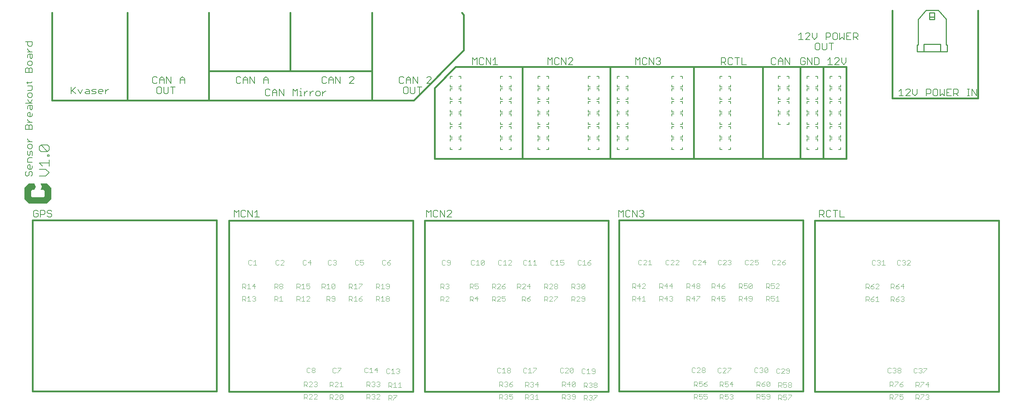
<source format=gto>
G75*
G70*
%OFA0B0*%
%FSLAX24Y24*%
%IPPOS*%
%LPD*%
%AMOC8*
5,1,8,0,0,1.08239X$1,22.5*
%
%ADD10C,0.0160*%
%ADD11C,0.0060*%
%ADD12C,0.0080*%
%ADD13C,0.0040*%
%ADD14C,0.0100*%
%ADD15C,0.0004*%
D10*
X001727Y003479D02*
X019050Y003479D01*
X019050Y019621D01*
X001727Y019621D01*
X001727Y003479D01*
X020227Y003452D02*
X037550Y003452D01*
X037550Y019593D01*
X020227Y019593D01*
X020227Y003452D01*
X038633Y003444D02*
X055956Y003444D01*
X055956Y019585D01*
X038633Y019585D01*
X038633Y003444D01*
X056952Y003463D02*
X074274Y003463D01*
X074274Y019605D01*
X056952Y019605D01*
X056952Y003463D01*
X075396Y003436D02*
X092719Y003436D01*
X092719Y019578D01*
X075396Y019578D01*
X075396Y003436D01*
X076186Y025398D02*
X076186Y034060D01*
X078351Y034060D02*
X074020Y034060D01*
X074020Y025398D01*
X070477Y025398D01*
X070477Y034060D01*
X074020Y034060D01*
X070477Y034060D02*
X063981Y034060D01*
X063981Y025398D01*
X056107Y025398D01*
X056107Y034060D01*
X063981Y034060D01*
X056107Y034060D02*
X047839Y034060D01*
X041540Y034060D01*
X039572Y032091D01*
X039572Y025398D01*
X047839Y025398D01*
X056107Y025398D01*
X063981Y025398D02*
X070477Y025398D01*
X074020Y025398D02*
X078351Y025398D01*
X078351Y034060D01*
X082682Y031107D02*
X090753Y031107D01*
X090753Y039375D01*
X082682Y039375D02*
X082682Y031107D01*
X047839Y034060D02*
X047839Y025398D01*
X037603Y030910D02*
X042327Y035635D01*
X042327Y038981D01*
X042131Y039178D01*
X033666Y039178D02*
X033666Y033666D01*
X025989Y033666D01*
X018312Y033666D01*
X018312Y030910D01*
X033666Y030910D01*
X033666Y033666D01*
X033666Y030910D02*
X037603Y030910D01*
X025989Y033666D02*
X025989Y039178D01*
X018312Y039178D02*
X018312Y033666D01*
X018312Y030910D02*
X010635Y030910D01*
X010635Y039178D01*
X003548Y039178D02*
X003548Y030910D01*
X010635Y030910D01*
D11*
X008786Y031958D02*
X008572Y031744D01*
X008572Y031531D02*
X008572Y031958D01*
X008786Y031958D02*
X008893Y031958D01*
X008355Y031851D02*
X008355Y031744D01*
X007928Y031744D01*
X007928Y031637D02*
X007928Y031851D01*
X008035Y031958D01*
X008248Y031958D01*
X008355Y031851D01*
X008248Y031531D02*
X008035Y031531D01*
X007928Y031637D01*
X007710Y031637D02*
X007604Y031744D01*
X007390Y031744D01*
X007283Y031851D01*
X007390Y031958D01*
X007710Y031958D01*
X007710Y031637D02*
X007604Y031531D01*
X007283Y031531D01*
X007066Y031531D02*
X006745Y031531D01*
X006639Y031637D01*
X006745Y031744D01*
X007066Y031744D01*
X007066Y031851D02*
X007066Y031531D01*
X007066Y031851D02*
X006959Y031958D01*
X006745Y031958D01*
X006421Y031958D02*
X006208Y031531D01*
X005994Y031958D01*
X005777Y032171D02*
X005350Y031744D01*
X005456Y031851D02*
X005777Y031531D01*
X005350Y031531D02*
X005350Y032171D01*
X001687Y032262D02*
X001687Y031942D01*
X001581Y031835D01*
X001260Y031835D01*
X001367Y031618D02*
X001260Y031511D01*
X001260Y031298D01*
X001367Y031191D01*
X001581Y031191D01*
X001687Y031298D01*
X001687Y031511D01*
X001581Y031618D01*
X001367Y031618D01*
X001260Y030974D02*
X001474Y030654D01*
X001687Y030974D01*
X001687Y030654D02*
X001047Y030654D01*
X001367Y030436D02*
X001687Y030436D01*
X001687Y030116D01*
X001581Y030009D01*
X001474Y030116D01*
X001474Y030436D01*
X001367Y030436D02*
X001260Y030329D01*
X001260Y030116D01*
X001367Y029792D02*
X001474Y029792D01*
X001474Y029365D01*
X001581Y029365D02*
X001367Y029365D01*
X001260Y029471D01*
X001260Y029685D01*
X001367Y029792D01*
X001687Y029685D02*
X001687Y029471D01*
X001581Y029365D01*
X001260Y029148D02*
X001260Y029041D01*
X001474Y028828D01*
X001687Y028828D02*
X001260Y028828D01*
X001260Y028610D02*
X001367Y028503D01*
X001367Y028183D01*
X001047Y028183D02*
X001047Y028503D01*
X001154Y028610D01*
X001260Y028610D01*
X001367Y028503D02*
X001474Y028610D01*
X001581Y028610D01*
X001687Y028503D01*
X001687Y028183D01*
X001047Y028183D01*
X001260Y027322D02*
X001260Y027215D01*
X001474Y027001D01*
X001687Y027001D02*
X001260Y027001D01*
X001367Y026784D02*
X001260Y026677D01*
X001260Y026464D01*
X001367Y026357D01*
X001581Y026357D01*
X001687Y026464D01*
X001687Y026677D01*
X001581Y026784D01*
X001367Y026784D01*
X001260Y026139D02*
X001260Y025819D01*
X001367Y025712D01*
X001474Y025819D01*
X001474Y026033D01*
X001581Y026139D01*
X001687Y026033D01*
X001687Y025712D01*
X001687Y025495D02*
X001367Y025495D01*
X001260Y025388D01*
X001260Y025068D01*
X001687Y025068D01*
X001474Y024850D02*
X001474Y024423D01*
X001581Y024423D02*
X001367Y024423D01*
X001260Y024530D01*
X001260Y024744D01*
X001367Y024850D01*
X001474Y024850D01*
X001687Y024744D02*
X001687Y024530D01*
X001581Y024423D01*
X001581Y024206D02*
X001687Y024099D01*
X001687Y023886D01*
X001581Y023779D01*
X001367Y023886D02*
X001260Y023779D01*
X001154Y023779D01*
X001047Y023886D01*
X001047Y024099D01*
X001154Y024206D01*
X001367Y024099D02*
X001474Y024206D01*
X001581Y024206D01*
X001367Y024099D02*
X001367Y023886D01*
X001913Y020557D02*
X001806Y020450D01*
X001806Y020023D01*
X001913Y019917D01*
X002127Y019917D01*
X002233Y020023D01*
X002233Y020237D01*
X002020Y020237D01*
X002233Y020450D02*
X002127Y020557D01*
X001913Y020557D01*
X002451Y020557D02*
X002771Y020557D01*
X002878Y020450D01*
X002878Y020237D01*
X002771Y020130D01*
X002451Y020130D01*
X002451Y019917D02*
X002451Y020557D01*
X003095Y020450D02*
X003095Y020344D01*
X003202Y020237D01*
X003416Y020237D01*
X003522Y020130D01*
X003522Y020023D01*
X003416Y019917D01*
X003202Y019917D01*
X003095Y020023D01*
X003095Y020450D02*
X003202Y020557D01*
X003416Y020557D01*
X003522Y020450D01*
X020704Y020557D02*
X020704Y019917D01*
X020704Y020557D01*
X020918Y020344D01*
X021131Y020557D01*
X021131Y019917D01*
X021131Y020557D01*
X020918Y020344D01*
X020704Y020557D01*
X021349Y020450D02*
X021349Y020023D01*
X021455Y019917D01*
X021669Y019917D01*
X021776Y020023D01*
X021669Y019917D01*
X021455Y019917D01*
X021349Y020023D01*
X021349Y020450D01*
X021455Y020557D01*
X021669Y020557D01*
X021776Y020450D01*
X021669Y020557D01*
X021455Y020557D01*
X021349Y020450D01*
X021993Y020557D02*
X022420Y019917D01*
X022420Y020557D01*
X022420Y019917D01*
X021993Y020557D01*
X021993Y019917D01*
X021993Y020557D01*
X022638Y020344D02*
X022851Y020557D01*
X022851Y019917D01*
X022851Y020557D01*
X022638Y020344D01*
X022638Y019917D02*
X023065Y019917D01*
X022638Y019917D01*
X038814Y019917D02*
X038814Y020557D01*
X039028Y020344D01*
X039241Y020557D01*
X039241Y019917D01*
X039459Y020023D02*
X039566Y019917D01*
X039779Y019917D01*
X039886Y020023D01*
X040103Y019917D02*
X040103Y020557D01*
X040530Y019917D01*
X040530Y020557D01*
X040748Y020450D02*
X040855Y020557D01*
X041068Y020557D01*
X041175Y020450D01*
X041175Y020344D01*
X040748Y019917D01*
X041175Y019917D01*
X039886Y020450D02*
X039779Y020557D01*
X039566Y020557D01*
X039459Y020450D01*
X039459Y020023D01*
X041040Y026276D02*
X041040Y026476D01*
X041040Y026276D02*
X041240Y026276D01*
X041840Y026276D02*
X042040Y026276D01*
X042040Y026476D01*
X042040Y027076D02*
X042040Y027276D01*
X041840Y027276D01*
X041840Y027457D02*
X042040Y027457D01*
X042040Y027657D01*
X041240Y027457D02*
X041040Y027457D01*
X041040Y027657D01*
X041040Y027276D02*
X041040Y027076D01*
X041040Y027276D02*
X041240Y027276D01*
X041040Y028257D02*
X041040Y028457D01*
X041240Y028457D01*
X041240Y028639D02*
X041040Y028639D01*
X041040Y028839D01*
X041840Y028639D02*
X042040Y028639D01*
X042040Y028839D01*
X042040Y028457D02*
X041840Y028457D01*
X042040Y028457D02*
X042040Y028257D01*
X042040Y029439D02*
X042040Y029639D01*
X041840Y029639D01*
X041840Y029820D02*
X042040Y029820D01*
X042040Y030020D01*
X042040Y030620D02*
X042040Y030820D01*
X041840Y030820D01*
X041840Y031001D02*
X042040Y031001D01*
X042040Y031201D01*
X042040Y031801D02*
X042040Y032001D01*
X041840Y032001D01*
X041840Y032182D02*
X042040Y032182D01*
X042040Y032382D01*
X042040Y032982D02*
X042040Y033182D01*
X041840Y033182D01*
X041240Y033182D02*
X041040Y033182D01*
X041040Y032982D01*
X041040Y032382D02*
X041040Y032182D01*
X041240Y032182D01*
X041240Y032001D02*
X041040Y032001D01*
X041040Y031801D01*
X041040Y031201D02*
X041040Y031001D01*
X041240Y031001D01*
X041240Y030820D02*
X041040Y030820D01*
X041040Y030620D01*
X041040Y030020D02*
X041040Y029820D01*
X041240Y029820D01*
X041240Y029639D02*
X041040Y029639D01*
X041040Y029439D01*
X038151Y031531D02*
X038151Y032171D01*
X037938Y032171D02*
X038365Y032171D01*
X037971Y032515D02*
X037971Y033155D01*
X037544Y033155D02*
X037971Y032515D01*
X037720Y032171D02*
X037720Y031637D01*
X037614Y031531D01*
X037400Y031531D01*
X037293Y031637D01*
X037293Y032171D01*
X037076Y032064D02*
X036969Y032171D01*
X036756Y032171D01*
X036649Y032064D01*
X036649Y031637D01*
X036756Y031531D01*
X036969Y031531D01*
X037076Y031637D01*
X037076Y032064D01*
X036900Y032515D02*
X036900Y032942D01*
X037113Y033155D01*
X037327Y032942D01*
X037327Y032515D01*
X037544Y032515D02*
X037544Y033155D01*
X037327Y032835D02*
X036900Y032835D01*
X036682Y032622D02*
X036575Y032515D01*
X036362Y032515D01*
X036255Y032622D01*
X036255Y033049D01*
X036362Y033155D01*
X036575Y033155D01*
X036682Y033049D01*
X038833Y033049D02*
X038940Y033155D01*
X039153Y033155D01*
X039260Y033049D01*
X039260Y032942D01*
X038833Y032515D01*
X039260Y032515D01*
X043145Y034287D02*
X043145Y034927D01*
X043358Y034714D01*
X043572Y034927D01*
X043572Y034287D01*
X043789Y034393D02*
X043789Y034820D01*
X043896Y034927D01*
X044110Y034927D01*
X044216Y034820D01*
X044434Y034927D02*
X044861Y034287D01*
X044861Y034927D01*
X045079Y034714D02*
X045292Y034927D01*
X045292Y034287D01*
X045079Y034287D02*
X045506Y034287D01*
X044434Y034287D02*
X044434Y034927D01*
X044216Y034393D02*
X044110Y034287D01*
X043896Y034287D01*
X043789Y034393D01*
X045765Y033182D02*
X045765Y032982D01*
X045765Y033182D02*
X045965Y033182D01*
X046565Y033182D02*
X046765Y033182D01*
X046765Y032982D01*
X046765Y032382D02*
X046765Y032182D01*
X046565Y032182D01*
X046565Y032001D02*
X046765Y032001D01*
X046765Y031801D01*
X046765Y031201D02*
X046765Y031001D01*
X046565Y031001D01*
X046565Y030820D02*
X046765Y030820D01*
X046765Y030620D01*
X046765Y030020D02*
X046765Y029820D01*
X046565Y029820D01*
X046565Y029639D02*
X046765Y029639D01*
X046765Y029439D01*
X045965Y029639D02*
X045765Y029639D01*
X045765Y029439D01*
X045765Y029820D02*
X045765Y030020D01*
X045765Y029820D02*
X045965Y029820D01*
X045765Y030620D02*
X045765Y030820D01*
X045965Y030820D01*
X045965Y031001D02*
X045765Y031001D01*
X045765Y031201D01*
X045765Y031801D02*
X045765Y032001D01*
X045965Y032001D01*
X045965Y032182D02*
X045765Y032182D01*
X045765Y032382D01*
X049308Y032382D02*
X049308Y032182D01*
X049508Y032182D01*
X049508Y032001D02*
X049308Y032001D01*
X049308Y031801D01*
X049308Y031201D02*
X049308Y031001D01*
X049508Y031001D01*
X049508Y030820D02*
X049308Y030820D01*
X049308Y030620D01*
X049308Y030020D02*
X049308Y029820D01*
X049508Y029820D01*
X049508Y029639D02*
X049308Y029639D01*
X049308Y029439D01*
X050108Y029639D02*
X050308Y029639D01*
X050308Y029439D01*
X050308Y029820D02*
X050308Y030020D01*
X050308Y029820D02*
X050108Y029820D01*
X050308Y030620D02*
X050308Y030820D01*
X050108Y030820D01*
X050108Y031001D02*
X050308Y031001D01*
X050308Y031201D01*
X050308Y031801D02*
X050308Y032001D01*
X050108Y032001D01*
X050108Y032182D02*
X050308Y032182D01*
X050308Y032382D01*
X050308Y032982D02*
X050308Y033182D01*
X050108Y033182D01*
X049508Y033182D02*
X049308Y033182D01*
X049308Y032982D01*
X050232Y034287D02*
X050232Y034927D01*
X050445Y034714D01*
X050659Y034927D01*
X050659Y034287D01*
X050876Y034393D02*
X050983Y034287D01*
X051196Y034287D01*
X051303Y034393D01*
X051521Y034287D02*
X051521Y034927D01*
X051948Y034287D01*
X051948Y034927D01*
X052165Y034820D02*
X052272Y034927D01*
X052485Y034927D01*
X052592Y034820D01*
X052592Y034714D01*
X052165Y034287D01*
X052592Y034287D01*
X051303Y034820D02*
X051196Y034927D01*
X050983Y034927D01*
X050876Y034820D01*
X050876Y034393D01*
X054032Y033182D02*
X054232Y033182D01*
X054032Y033182D02*
X054032Y032982D01*
X054032Y032382D02*
X054032Y032182D01*
X054232Y032182D01*
X054232Y032001D02*
X054032Y032001D01*
X054032Y031801D01*
X054032Y031201D02*
X054032Y031001D01*
X054232Y031001D01*
X054232Y030820D02*
X054032Y030820D01*
X054032Y030620D01*
X054032Y030020D02*
X054032Y029820D01*
X054232Y029820D01*
X054232Y029639D02*
X054032Y029639D01*
X054032Y029439D01*
X054832Y029639D02*
X055032Y029639D01*
X055032Y029439D01*
X055032Y029820D02*
X055032Y030020D01*
X055032Y029820D02*
X054832Y029820D01*
X055032Y030620D02*
X055032Y030820D01*
X054832Y030820D01*
X054832Y031001D02*
X055032Y031001D01*
X055032Y031201D01*
X055032Y031801D02*
X055032Y032001D01*
X054832Y032001D01*
X054832Y032182D02*
X055032Y032182D01*
X055032Y032382D01*
X055032Y032982D02*
X055032Y033182D01*
X054832Y033182D01*
X056788Y033182D02*
X056788Y032982D01*
X056788Y033182D02*
X056988Y033182D01*
X057588Y033182D02*
X057788Y033182D01*
X057788Y032982D01*
X057788Y032382D02*
X057788Y032182D01*
X057588Y032182D01*
X057588Y032001D02*
X057788Y032001D01*
X057788Y031801D01*
X057788Y031201D02*
X057788Y031001D01*
X057588Y031001D01*
X057588Y030820D02*
X057788Y030820D01*
X057788Y030620D01*
X057788Y030020D02*
X057788Y029820D01*
X057588Y029820D01*
X057588Y029639D02*
X057788Y029639D01*
X057788Y029439D01*
X056988Y029639D02*
X056788Y029639D01*
X056788Y029439D01*
X056788Y029820D02*
X056788Y030020D01*
X056788Y029820D02*
X056988Y029820D01*
X056788Y030620D02*
X056788Y030820D01*
X056988Y030820D01*
X056988Y031001D02*
X056788Y031001D01*
X056788Y031201D01*
X056788Y031801D02*
X056788Y032001D01*
X056988Y032001D01*
X056988Y032182D02*
X056788Y032182D01*
X056788Y032382D01*
X058499Y034287D02*
X058499Y034927D01*
X058713Y034714D01*
X058926Y034927D01*
X058926Y034287D01*
X059144Y034393D02*
X059251Y034287D01*
X059464Y034287D01*
X059571Y034393D01*
X059788Y034287D02*
X059788Y034927D01*
X060215Y034287D01*
X060215Y034927D01*
X060433Y034820D02*
X060540Y034927D01*
X060753Y034927D01*
X060860Y034820D01*
X060860Y034714D01*
X060753Y034607D01*
X060860Y034500D01*
X060860Y034393D01*
X060753Y034287D01*
X060540Y034287D01*
X060433Y034393D01*
X060646Y034607D02*
X060753Y034607D01*
X059571Y034820D02*
X059464Y034927D01*
X059251Y034927D01*
X059144Y034820D01*
X059144Y034393D01*
X061906Y033182D02*
X061906Y032982D01*
X061906Y033182D02*
X062106Y033182D01*
X062706Y033182D02*
X062906Y033182D01*
X062906Y032982D01*
X062906Y032382D02*
X062906Y032182D01*
X062706Y032182D01*
X062706Y032001D02*
X062906Y032001D01*
X062906Y031801D01*
X062906Y031201D02*
X062906Y031001D01*
X062706Y031001D01*
X062706Y030820D02*
X062906Y030820D01*
X062906Y030620D01*
X062906Y030020D02*
X062906Y029820D01*
X062706Y029820D01*
X062706Y029639D02*
X062906Y029639D01*
X062906Y029439D01*
X062106Y029639D02*
X061906Y029639D01*
X061906Y029439D01*
X061906Y029820D02*
X061906Y030020D01*
X061906Y029820D02*
X062106Y029820D01*
X061906Y030620D02*
X061906Y030820D01*
X062106Y030820D01*
X062106Y031001D02*
X061906Y031001D01*
X061906Y031201D01*
X061906Y031801D02*
X061906Y032001D01*
X062106Y032001D01*
X062106Y032182D02*
X061906Y032182D01*
X061906Y032382D01*
X066434Y032382D02*
X066434Y032182D01*
X066634Y032182D01*
X066634Y032001D02*
X066434Y032001D01*
X066434Y031801D01*
X066434Y031201D02*
X066434Y031001D01*
X066634Y031001D01*
X066634Y030820D02*
X066434Y030820D01*
X066434Y030620D01*
X066434Y030020D02*
X066434Y029820D01*
X066634Y029820D01*
X066634Y029639D02*
X066434Y029639D01*
X066434Y029439D01*
X067234Y029639D02*
X067434Y029639D01*
X067434Y029439D01*
X067434Y029820D02*
X067434Y030020D01*
X067434Y029820D02*
X067234Y029820D01*
X067434Y030620D02*
X067434Y030820D01*
X067234Y030820D01*
X067234Y031001D02*
X067434Y031001D01*
X067434Y031201D01*
X067434Y031801D02*
X067434Y032001D01*
X067234Y032001D01*
X067234Y032182D02*
X067434Y032182D01*
X067434Y032382D01*
X067434Y032982D02*
X067434Y033182D01*
X067234Y033182D01*
X066634Y033182D02*
X066434Y033182D01*
X066434Y032982D01*
X066570Y034287D02*
X066570Y034927D01*
X066890Y034927D01*
X066997Y034820D01*
X066997Y034607D01*
X066890Y034500D01*
X066570Y034500D01*
X066784Y034500D02*
X066997Y034287D01*
X067215Y034393D02*
X067321Y034287D01*
X067535Y034287D01*
X067642Y034393D01*
X067215Y034393D02*
X067215Y034820D01*
X067321Y034927D01*
X067535Y034927D01*
X067642Y034820D01*
X067859Y034927D02*
X068286Y034927D01*
X068073Y034927D02*
X068073Y034287D01*
X068504Y034287D02*
X068504Y034927D01*
X068504Y034287D02*
X068931Y034287D01*
X071295Y034393D02*
X071401Y034287D01*
X071615Y034287D01*
X071722Y034393D01*
X071939Y034287D02*
X071939Y034714D01*
X072153Y034927D01*
X072366Y034714D01*
X072366Y034287D01*
X072584Y034287D02*
X072584Y034927D01*
X073011Y034287D01*
X073011Y034927D01*
X072366Y034607D02*
X071939Y034607D01*
X071722Y034820D02*
X071615Y034927D01*
X071401Y034927D01*
X071295Y034820D01*
X071295Y034393D01*
X071946Y033182D02*
X071946Y032982D01*
X071946Y033182D02*
X072146Y033182D01*
X072746Y033182D02*
X072946Y033182D01*
X072946Y032982D01*
X072946Y032382D02*
X072946Y032182D01*
X072746Y032182D01*
X072746Y032001D02*
X072946Y032001D01*
X072946Y031801D01*
X072946Y031201D02*
X072946Y031001D01*
X072746Y031001D01*
X072746Y030820D02*
X072946Y030820D01*
X072946Y030620D01*
X072946Y030020D02*
X072946Y029820D01*
X072746Y029820D01*
X072746Y029639D02*
X072946Y029639D01*
X072946Y029439D01*
X072146Y029639D02*
X071946Y029639D01*
X071946Y029439D01*
X071946Y029820D02*
X071946Y030020D01*
X071946Y029820D02*
X072146Y029820D01*
X071946Y030620D02*
X071946Y030820D01*
X072146Y030820D01*
X072146Y031001D02*
X071946Y031001D01*
X071946Y031201D01*
X071946Y031801D02*
X071946Y032001D01*
X072146Y032001D01*
X072146Y032182D02*
X071946Y032182D01*
X071946Y032382D01*
X074662Y032382D02*
X074662Y032182D01*
X074862Y032182D01*
X074862Y032001D02*
X074662Y032001D01*
X074662Y031801D01*
X074662Y031201D02*
X074662Y031001D01*
X074862Y031001D01*
X074862Y030820D02*
X074662Y030820D01*
X074662Y030620D01*
X074662Y030020D02*
X074662Y029820D01*
X074862Y029820D01*
X074862Y029639D02*
X074662Y029639D01*
X074662Y029439D01*
X075462Y029639D02*
X075662Y029639D01*
X075662Y029439D01*
X075662Y029820D02*
X075462Y029820D01*
X075662Y029820D02*
X075662Y030020D01*
X075662Y030620D02*
X075662Y030820D01*
X075462Y030820D01*
X075462Y031001D02*
X075662Y031001D01*
X075662Y031201D01*
X075662Y031801D02*
X075662Y032001D01*
X075462Y032001D01*
X075462Y032182D02*
X075662Y032182D01*
X075662Y032382D01*
X075662Y032982D02*
X075662Y033182D01*
X075462Y033182D01*
X074862Y033182D02*
X074662Y033182D01*
X074662Y032982D01*
X076808Y032982D02*
X076808Y033182D01*
X077008Y033182D01*
X077608Y033182D02*
X077808Y033182D01*
X077808Y032982D01*
X077808Y032382D02*
X077808Y032182D01*
X077608Y032182D01*
X077608Y032001D02*
X077808Y032001D01*
X077808Y031801D01*
X077808Y031201D02*
X077808Y031001D01*
X077608Y031001D01*
X077608Y030820D02*
X077808Y030820D01*
X077808Y030620D01*
X077808Y030020D02*
X077808Y029820D01*
X077608Y029820D01*
X077608Y029639D02*
X077808Y029639D01*
X077808Y029439D01*
X077008Y029639D02*
X076808Y029639D01*
X076808Y029439D01*
X076808Y029820D02*
X076808Y030020D01*
X076808Y029820D02*
X077008Y029820D01*
X076808Y030620D02*
X076808Y030820D01*
X077008Y030820D01*
X077008Y031001D02*
X076808Y031001D01*
X076808Y031201D01*
X076808Y031801D02*
X076808Y032001D01*
X077008Y032001D01*
X077008Y032182D02*
X076808Y032182D01*
X076808Y032382D01*
X076823Y034287D02*
X076823Y034927D01*
X076609Y034714D01*
X076609Y034287D02*
X077036Y034287D01*
X077254Y034287D02*
X077681Y034714D01*
X077681Y034820D01*
X077574Y034927D01*
X077361Y034927D01*
X077254Y034820D01*
X077254Y034287D02*
X077681Y034287D01*
X077898Y034500D02*
X077898Y034927D01*
X077898Y034500D02*
X078112Y034287D01*
X078325Y034500D01*
X078325Y034927D01*
X076931Y035665D02*
X076931Y036305D01*
X077144Y036305D02*
X076717Y036305D01*
X076500Y036305D02*
X076500Y035771D01*
X076393Y035665D01*
X076180Y035665D01*
X076073Y035771D01*
X076073Y036305D01*
X075855Y036198D02*
X075749Y036305D01*
X075535Y036305D01*
X075428Y036198D01*
X075428Y035771D01*
X075535Y035665D01*
X075749Y035665D01*
X075855Y035771D01*
X075855Y036198D01*
X075356Y036649D02*
X075570Y036862D01*
X075570Y037289D01*
X075143Y037289D02*
X075143Y036862D01*
X075356Y036649D01*
X074925Y036649D02*
X074498Y036649D01*
X074925Y037076D01*
X074925Y037183D01*
X074818Y037289D01*
X074605Y037289D01*
X074498Y037183D01*
X074067Y037289D02*
X074067Y036649D01*
X073854Y036649D02*
X074281Y036649D01*
X073854Y037076D02*
X074067Y037289D01*
X076432Y037289D02*
X076432Y036649D01*
X076432Y036862D02*
X076752Y036862D01*
X076859Y036969D01*
X076859Y037183D01*
X076752Y037289D01*
X076432Y037289D01*
X077076Y037183D02*
X077076Y036756D01*
X077183Y036649D01*
X077396Y036649D01*
X077503Y036756D01*
X077503Y037183D01*
X077396Y037289D01*
X077183Y037289D01*
X077076Y037183D01*
X077721Y037289D02*
X077721Y036649D01*
X077934Y036862D01*
X078148Y036649D01*
X078148Y037289D01*
X078365Y037289D02*
X078365Y036649D01*
X078792Y036649D01*
X079010Y036649D02*
X079010Y037289D01*
X079330Y037289D01*
X079437Y037183D01*
X079437Y036969D01*
X079330Y036862D01*
X079010Y036862D01*
X079223Y036862D02*
X079437Y036649D01*
X078792Y037289D02*
X078365Y037289D01*
X078365Y036969D02*
X078579Y036969D01*
X075766Y034820D02*
X075660Y034927D01*
X075339Y034927D01*
X075339Y034287D01*
X075660Y034287D01*
X075766Y034393D01*
X075766Y034820D01*
X075122Y034927D02*
X075122Y034287D01*
X074695Y034927D01*
X074695Y034287D01*
X074477Y034393D02*
X074477Y034607D01*
X074264Y034607D01*
X074477Y034820D02*
X074371Y034927D01*
X074157Y034927D01*
X074050Y034820D01*
X074050Y034393D01*
X074157Y034287D01*
X074371Y034287D01*
X074477Y034393D01*
X083302Y031761D02*
X083516Y031974D01*
X083516Y031334D01*
X083729Y031334D02*
X083302Y031334D01*
X083947Y031334D02*
X084374Y031761D01*
X084374Y031868D01*
X084267Y031974D01*
X084054Y031974D01*
X083947Y031868D01*
X084591Y031974D02*
X084591Y031547D01*
X084805Y031334D01*
X085018Y031547D01*
X085018Y031974D01*
X085880Y031974D02*
X086201Y031974D01*
X086307Y031868D01*
X086307Y031654D01*
X086201Y031547D01*
X085880Y031547D01*
X085880Y031334D02*
X085880Y031974D01*
X086525Y031868D02*
X086525Y031441D01*
X086632Y031334D01*
X086845Y031334D01*
X086952Y031441D01*
X086952Y031868D01*
X086845Y031974D01*
X086632Y031974D01*
X086525Y031868D01*
X087169Y031974D02*
X087169Y031334D01*
X087383Y031547D01*
X087596Y031334D01*
X087596Y031974D01*
X087814Y031974D02*
X087814Y031334D01*
X088241Y031334D01*
X088459Y031334D02*
X088459Y031974D01*
X088779Y031974D01*
X088886Y031868D01*
X088886Y031654D01*
X088779Y031547D01*
X088459Y031547D01*
X088672Y031547D02*
X088886Y031334D01*
X089748Y031334D02*
X089961Y031334D01*
X089854Y031334D02*
X089854Y031974D01*
X089748Y031974D02*
X089961Y031974D01*
X090177Y031974D02*
X090604Y031334D01*
X090604Y031974D01*
X090177Y031974D02*
X090177Y031334D01*
X088241Y031974D02*
X087814Y031974D01*
X087814Y031654D02*
X088027Y031654D01*
X084374Y031334D02*
X083947Y031334D01*
X077808Y028839D02*
X077808Y028639D01*
X077608Y028639D01*
X077608Y028457D02*
X077808Y028457D01*
X077808Y028257D01*
X077008Y028457D02*
X076808Y028457D01*
X076808Y028257D01*
X076808Y028639D02*
X076808Y028839D01*
X076808Y028639D02*
X077008Y028639D01*
X076808Y027657D02*
X076808Y027457D01*
X077008Y027457D01*
X077008Y027276D02*
X076808Y027276D01*
X076808Y027076D01*
X077608Y027276D02*
X077808Y027276D01*
X077808Y027076D01*
X077808Y027457D02*
X077608Y027457D01*
X077808Y027457D02*
X077808Y027657D01*
X075662Y027657D02*
X075662Y027457D01*
X075462Y027457D01*
X075462Y027276D02*
X075662Y027276D01*
X075662Y027076D01*
X074862Y027276D02*
X074662Y027276D01*
X074662Y027076D01*
X074662Y027457D02*
X074662Y027657D01*
X074662Y027457D02*
X074862Y027457D01*
X074662Y028257D02*
X074662Y028457D01*
X074862Y028457D01*
X074862Y028639D02*
X074662Y028639D01*
X074662Y028839D01*
X075462Y028639D02*
X075662Y028639D01*
X075662Y028839D01*
X075662Y028457D02*
X075462Y028457D01*
X075662Y028457D02*
X075662Y028257D01*
X072946Y028639D02*
X072746Y028639D01*
X072946Y028639D02*
X072946Y028839D01*
X072146Y028639D02*
X071946Y028639D01*
X071946Y028839D01*
X067434Y028839D02*
X067434Y028639D01*
X067234Y028639D01*
X067234Y028457D02*
X067434Y028457D01*
X067434Y028257D01*
X066634Y028457D02*
X066434Y028457D01*
X066434Y028257D01*
X066434Y028639D02*
X066634Y028639D01*
X066434Y028639D02*
X066434Y028839D01*
X066434Y027657D02*
X066434Y027457D01*
X066634Y027457D01*
X066634Y027276D02*
X066434Y027276D01*
X066434Y027076D01*
X067234Y027276D02*
X067434Y027276D01*
X067434Y027076D01*
X067434Y027457D02*
X067234Y027457D01*
X067434Y027457D02*
X067434Y027657D01*
X067434Y026476D02*
X067434Y026276D01*
X067234Y026276D01*
X066634Y026276D02*
X066434Y026276D01*
X066434Y026476D01*
X062906Y026476D02*
X062906Y026276D01*
X062706Y026276D01*
X062106Y026276D02*
X061906Y026276D01*
X061906Y026476D01*
X061906Y027076D02*
X061906Y027276D01*
X062106Y027276D01*
X062106Y027457D02*
X061906Y027457D01*
X061906Y027657D01*
X062706Y027457D02*
X062906Y027457D01*
X062906Y027657D01*
X062906Y027276D02*
X062706Y027276D01*
X062906Y027276D02*
X062906Y027076D01*
X062906Y028257D02*
X062906Y028457D01*
X062706Y028457D01*
X062706Y028639D02*
X062906Y028639D01*
X062906Y028839D01*
X062106Y028639D02*
X061906Y028639D01*
X061906Y028839D01*
X061906Y028457D02*
X061906Y028257D01*
X061906Y028457D02*
X062106Y028457D01*
X057788Y028457D02*
X057588Y028457D01*
X057588Y028639D02*
X057788Y028639D01*
X057788Y028839D01*
X057788Y028457D02*
X057788Y028257D01*
X056988Y028457D02*
X056788Y028457D01*
X056788Y028257D01*
X056788Y028639D02*
X056788Y028839D01*
X056788Y028639D02*
X056988Y028639D01*
X056788Y027657D02*
X056788Y027457D01*
X056988Y027457D01*
X056988Y027276D02*
X056788Y027276D01*
X056788Y027076D01*
X057588Y027276D02*
X057788Y027276D01*
X057788Y027076D01*
X057788Y027457D02*
X057588Y027457D01*
X057788Y027457D02*
X057788Y027657D01*
X057788Y026476D02*
X057788Y026276D01*
X057588Y026276D01*
X056988Y026276D02*
X056788Y026276D01*
X056788Y026476D01*
X055032Y026476D02*
X055032Y026276D01*
X054832Y026276D01*
X054232Y026276D02*
X054032Y026276D01*
X054032Y026476D01*
X054032Y027076D02*
X054032Y027276D01*
X054232Y027276D01*
X054232Y027457D02*
X054032Y027457D01*
X054032Y027657D01*
X054832Y027457D02*
X055032Y027457D01*
X055032Y027657D01*
X055032Y027276D02*
X055032Y027076D01*
X055032Y027276D02*
X054832Y027276D01*
X055032Y028257D02*
X055032Y028457D01*
X054832Y028457D01*
X054832Y028639D02*
X055032Y028639D01*
X055032Y028839D01*
X054232Y028639D02*
X054032Y028639D01*
X054032Y028839D01*
X054032Y028457D02*
X054232Y028457D01*
X054032Y028457D02*
X054032Y028257D01*
X050308Y028257D02*
X050308Y028457D01*
X050108Y028457D01*
X050108Y028639D02*
X050308Y028639D01*
X050308Y028839D01*
X049508Y028639D02*
X049308Y028639D01*
X049308Y028839D01*
X049308Y028457D02*
X049508Y028457D01*
X049308Y028457D02*
X049308Y028257D01*
X049308Y027657D02*
X049308Y027457D01*
X049508Y027457D01*
X049508Y027276D02*
X049308Y027276D01*
X049308Y027076D01*
X050108Y027276D02*
X050308Y027276D01*
X050308Y027076D01*
X050308Y027457D02*
X050108Y027457D01*
X050308Y027457D02*
X050308Y027657D01*
X050308Y026476D02*
X050308Y026276D01*
X050108Y026276D01*
X049508Y026276D02*
X049308Y026276D01*
X049308Y026476D01*
X046765Y026476D02*
X046765Y026276D01*
X046565Y026276D01*
X045965Y026276D02*
X045765Y026276D01*
X045765Y026476D01*
X045765Y027076D02*
X045765Y027276D01*
X045965Y027276D01*
X045965Y027457D02*
X045765Y027457D01*
X045765Y027657D01*
X046565Y027457D02*
X046765Y027457D01*
X046765Y027657D01*
X046765Y027276D02*
X046565Y027276D01*
X046765Y027276D02*
X046765Y027076D01*
X046765Y028257D02*
X046765Y028457D01*
X046565Y028457D01*
X046565Y028639D02*
X046765Y028639D01*
X046765Y028839D01*
X045965Y028639D02*
X045765Y028639D01*
X045765Y028839D01*
X045765Y028457D02*
X045765Y028257D01*
X045765Y028457D02*
X045965Y028457D01*
X031977Y032515D02*
X031550Y032515D01*
X031977Y032942D01*
X031977Y033049D01*
X031870Y033155D01*
X031657Y033155D01*
X031550Y033049D01*
X030688Y033155D02*
X030688Y032515D01*
X030261Y033155D01*
X030261Y032515D01*
X030043Y032515D02*
X030043Y032942D01*
X029830Y033155D01*
X029616Y032942D01*
X029616Y032515D01*
X029399Y032622D02*
X029292Y032515D01*
X029078Y032515D01*
X028972Y032622D01*
X028972Y033049D01*
X029078Y033155D01*
X029292Y033155D01*
X029399Y033049D01*
X029616Y032835D02*
X030043Y032835D01*
X029348Y031761D02*
X029241Y031761D01*
X029028Y031547D01*
X029028Y031334D02*
X029028Y031761D01*
X028810Y031654D02*
X028703Y031761D01*
X028490Y031761D01*
X028383Y031654D01*
X028383Y031441D01*
X028490Y031334D01*
X028703Y031334D01*
X028810Y031441D01*
X028810Y031654D01*
X028166Y031761D02*
X028060Y031761D01*
X027846Y031547D01*
X027846Y031334D02*
X027846Y031761D01*
X027629Y031761D02*
X027523Y031761D01*
X027309Y031547D01*
X027309Y031334D02*
X027309Y031761D01*
X026986Y031761D02*
X026986Y031334D01*
X026879Y031334D02*
X027093Y031334D01*
X026662Y031334D02*
X026662Y031974D01*
X026448Y031761D01*
X026235Y031974D01*
X026235Y031334D01*
X026879Y031761D02*
X026986Y031761D01*
X026986Y031974D02*
X026986Y032081D01*
X025373Y031974D02*
X025373Y031334D01*
X024946Y031974D01*
X024946Y031334D01*
X024728Y031334D02*
X024728Y031761D01*
X024515Y031974D01*
X024301Y031761D01*
X024301Y031334D01*
X024084Y031441D02*
X023977Y031334D01*
X023763Y031334D01*
X023657Y031441D01*
X023657Y031868D01*
X023763Y031974D01*
X023977Y031974D01*
X024084Y031868D01*
X024301Y031654D02*
X024728Y031654D01*
X023906Y032515D02*
X023906Y032942D01*
X023692Y033155D01*
X023479Y032942D01*
X023479Y032515D01*
X023479Y032835D02*
X023906Y032835D01*
X022617Y032515D02*
X022617Y033155D01*
X022190Y033155D02*
X022617Y032515D01*
X022190Y032515D02*
X022190Y033155D01*
X021972Y032942D02*
X021972Y032515D01*
X021972Y032835D02*
X021545Y032835D01*
X021545Y032942D02*
X021759Y033155D01*
X021972Y032942D01*
X021545Y032942D02*
X021545Y032515D01*
X021328Y032622D02*
X021221Y032515D01*
X021008Y032515D01*
X020901Y032622D01*
X020901Y033049D01*
X021008Y033155D01*
X021221Y033155D01*
X021328Y033049D01*
X016032Y032942D02*
X016032Y032515D01*
X016032Y032835D02*
X015605Y032835D01*
X015605Y032942D02*
X015818Y033155D01*
X016032Y032942D01*
X015605Y032942D02*
X015605Y032515D01*
X015137Y032171D02*
X014710Y032171D01*
X014923Y032171D02*
X014923Y031531D01*
X014492Y031637D02*
X014492Y032171D01*
X014316Y032515D02*
X014316Y033155D01*
X014743Y032515D01*
X014743Y033155D01*
X014098Y032942D02*
X014098Y032515D01*
X014098Y032835D02*
X013671Y032835D01*
X013671Y032942D02*
X013885Y033155D01*
X014098Y032942D01*
X013671Y032942D02*
X013671Y032515D01*
X013454Y032622D02*
X013347Y032515D01*
X013134Y032515D01*
X013027Y032622D01*
X013027Y033049D01*
X013134Y033155D01*
X013347Y033155D01*
X013454Y033049D01*
X013527Y032171D02*
X013421Y032064D01*
X013421Y031637D01*
X013527Y031531D01*
X013741Y031531D01*
X013848Y031637D01*
X013848Y032064D01*
X013741Y032171D01*
X013527Y032171D01*
X014065Y032171D02*
X014065Y031637D01*
X014172Y031531D01*
X014385Y031531D01*
X014492Y031637D01*
X001687Y032262D02*
X001260Y032262D01*
X001260Y032480D02*
X001260Y032693D01*
X001154Y032587D02*
X001581Y032587D01*
X001687Y032693D01*
X001687Y033554D02*
X001687Y033874D01*
X001581Y033981D01*
X001474Y033981D01*
X001367Y033874D01*
X001367Y033554D01*
X001047Y033554D02*
X001047Y033874D01*
X001154Y033981D01*
X001260Y033981D01*
X001367Y033874D01*
X001367Y034199D02*
X001581Y034199D01*
X001687Y034305D01*
X001687Y034519D01*
X001581Y034626D01*
X001367Y034626D01*
X001260Y034519D01*
X001260Y034305D01*
X001367Y034199D01*
X001687Y033554D02*
X001047Y033554D01*
X001581Y034843D02*
X001474Y034950D01*
X001474Y035270D01*
X001367Y035270D02*
X001687Y035270D01*
X001687Y034950D01*
X001581Y034843D01*
X001260Y034950D02*
X001260Y035163D01*
X001367Y035270D01*
X001260Y035488D02*
X001687Y035488D01*
X001474Y035488D02*
X001260Y035701D01*
X001260Y035808D01*
X001367Y036025D02*
X001260Y036131D01*
X001260Y036452D01*
X001047Y036452D02*
X001687Y036452D01*
X001687Y036131D01*
X001581Y036025D01*
X001367Y036025D01*
X056924Y020557D02*
X056924Y019917D01*
X057351Y019917D02*
X057351Y020557D01*
X057138Y020344D01*
X056924Y020557D01*
X057569Y020450D02*
X057569Y020023D01*
X057676Y019917D01*
X057889Y019917D01*
X057996Y020023D01*
X058214Y019917D02*
X058214Y020557D01*
X058641Y019917D01*
X058641Y020557D01*
X058858Y020450D02*
X058965Y020557D01*
X059178Y020557D01*
X059285Y020450D01*
X059285Y020344D01*
X059178Y020237D01*
X059285Y020130D01*
X059285Y020023D01*
X059178Y019917D01*
X058965Y019917D01*
X058858Y020023D01*
X059072Y020237D02*
X059178Y020237D01*
X057996Y020450D02*
X057889Y020557D01*
X057676Y020557D01*
X057569Y020450D01*
X074662Y026276D02*
X074662Y026476D01*
X074662Y026276D02*
X074862Y026276D01*
X075462Y026276D02*
X075662Y026276D01*
X075662Y026476D01*
X076808Y026476D02*
X076808Y026276D01*
X077008Y026276D01*
X077608Y026276D02*
X077808Y026276D01*
X077808Y026476D01*
X077756Y020557D02*
X077756Y019917D01*
X078183Y019917D01*
X077325Y019917D02*
X077325Y020557D01*
X077538Y020557D02*
X077111Y020557D01*
X076894Y020450D02*
X076787Y020557D01*
X076573Y020557D01*
X076467Y020450D01*
X076467Y020023D01*
X076573Y019917D01*
X076787Y019917D01*
X076894Y020023D01*
X076249Y019917D02*
X076036Y020130D01*
X076142Y020130D02*
X075822Y020130D01*
X075822Y019917D02*
X075822Y020557D01*
X076142Y020557D01*
X076249Y020450D01*
X076249Y020237D01*
X076142Y020130D01*
D12*
X003268Y024096D02*
X002961Y023789D01*
X002347Y023789D01*
X002961Y024403D02*
X003268Y024096D01*
X002961Y024403D02*
X002347Y024403D01*
X002654Y024710D02*
X002347Y025016D01*
X003268Y025016D01*
X003268Y024710D02*
X003268Y025323D01*
X003268Y025630D02*
X003268Y025784D01*
X003114Y025784D01*
X003114Y025630D01*
X003268Y025630D01*
X003114Y026091D02*
X002501Y026091D01*
X002347Y026244D01*
X002347Y026551D01*
X002501Y026704D01*
X003114Y026091D01*
X003268Y026244D01*
X003268Y026551D01*
X003114Y026704D01*
X002501Y026704D01*
D13*
X022063Y015769D02*
X022063Y015462D01*
X022139Y015386D01*
X022293Y015386D01*
X022369Y015462D01*
X022523Y015386D02*
X022830Y015386D01*
X022676Y015386D02*
X022676Y015846D01*
X022523Y015693D01*
X022369Y015769D02*
X022293Y015846D01*
X022139Y015846D01*
X022063Y015769D01*
X024622Y015769D02*
X024622Y015462D01*
X024698Y015386D01*
X024852Y015386D01*
X024928Y015462D01*
X025082Y015386D02*
X025389Y015693D01*
X025389Y015769D01*
X025312Y015846D01*
X025159Y015846D01*
X025082Y015769D01*
X024928Y015769D02*
X024852Y015846D01*
X024698Y015846D01*
X024622Y015769D01*
X025082Y015386D02*
X025389Y015386D01*
X027181Y015462D02*
X027257Y015386D01*
X027411Y015386D01*
X027488Y015462D01*
X027641Y015616D02*
X027948Y015616D01*
X027871Y015846D02*
X027641Y015616D01*
X027488Y015769D02*
X027411Y015846D01*
X027257Y015846D01*
X027181Y015769D01*
X027181Y015462D01*
X027871Y015386D02*
X027871Y015846D01*
X029543Y015769D02*
X029543Y015462D01*
X029620Y015386D01*
X029773Y015386D01*
X029850Y015462D01*
X030003Y015462D02*
X030080Y015386D01*
X030233Y015386D01*
X030310Y015462D01*
X030310Y015539D01*
X030233Y015616D01*
X030157Y015616D01*
X030233Y015616D02*
X030310Y015693D01*
X030310Y015769D01*
X030233Y015846D01*
X030080Y015846D01*
X030003Y015769D01*
X029850Y015769D02*
X029773Y015846D01*
X029620Y015846D01*
X029543Y015769D01*
X032102Y015769D02*
X032102Y015462D01*
X032179Y015386D01*
X032332Y015386D01*
X032409Y015462D01*
X032562Y015462D02*
X032639Y015386D01*
X032792Y015386D01*
X032869Y015462D01*
X032869Y015616D01*
X032792Y015693D01*
X032716Y015693D01*
X032562Y015616D01*
X032562Y015846D01*
X032869Y015846D01*
X032409Y015769D02*
X032332Y015846D01*
X032179Y015846D01*
X032102Y015769D01*
X034661Y015769D02*
X034661Y015462D01*
X034738Y015386D01*
X034891Y015386D01*
X034968Y015462D01*
X035121Y015462D02*
X035121Y015616D01*
X035351Y015616D01*
X035428Y015539D01*
X035428Y015462D01*
X035351Y015386D01*
X035198Y015386D01*
X035121Y015462D01*
X035121Y015616D02*
X035275Y015769D01*
X035428Y015846D01*
X034968Y015769D02*
X034891Y015846D01*
X034738Y015846D01*
X034661Y015769D01*
X034690Y013615D02*
X034690Y013155D01*
X034537Y013155D02*
X034844Y013155D01*
X034997Y013231D02*
X035074Y013155D01*
X035228Y013155D01*
X035304Y013231D01*
X035304Y013538D01*
X035228Y013615D01*
X035074Y013615D01*
X034997Y013538D01*
X034997Y013462D01*
X035074Y013385D01*
X035304Y013385D01*
X034690Y013615D02*
X034537Y013462D01*
X034384Y013538D02*
X034384Y013385D01*
X034307Y013308D01*
X034077Y013308D01*
X034230Y013308D02*
X034384Y013155D01*
X034077Y013155D02*
X034077Y013615D01*
X034307Y013615D01*
X034384Y013538D01*
X032745Y013538D02*
X032438Y013231D01*
X032438Y013155D01*
X032285Y013155D02*
X031978Y013155D01*
X032131Y013155D02*
X032131Y013615D01*
X031978Y013462D01*
X031824Y013538D02*
X031824Y013385D01*
X031748Y013308D01*
X031518Y013308D01*
X031671Y013308D02*
X031824Y013155D01*
X031518Y013155D02*
X031518Y013615D01*
X031748Y013615D01*
X031824Y013538D01*
X032438Y013615D02*
X032745Y013615D01*
X032745Y013538D01*
X032745Y012434D02*
X032592Y012357D01*
X032438Y012204D01*
X032668Y012204D01*
X032745Y012127D01*
X032745Y012050D01*
X032668Y011974D01*
X032515Y011974D01*
X032438Y012050D01*
X032438Y012204D01*
X032285Y011974D02*
X031978Y011974D01*
X032131Y011974D02*
X032131Y012434D01*
X031978Y012280D01*
X031824Y012204D02*
X031748Y012127D01*
X031518Y012127D01*
X031671Y012127D02*
X031824Y011974D01*
X031824Y012204D02*
X031824Y012357D01*
X031748Y012434D01*
X031518Y012434D01*
X031518Y011974D01*
X030186Y012050D02*
X030186Y012357D01*
X030109Y012434D01*
X029956Y012434D01*
X029879Y012357D01*
X029879Y012280D01*
X029956Y012204D01*
X030186Y012204D01*
X030186Y012050D02*
X030109Y011974D01*
X029956Y011974D01*
X029879Y012050D01*
X029726Y011974D02*
X029572Y012127D01*
X029649Y012127D02*
X029419Y012127D01*
X029419Y011974D02*
X029419Y012434D01*
X029649Y012434D01*
X029726Y012357D01*
X029726Y012204D01*
X029649Y012127D01*
X027824Y012280D02*
X027824Y012357D01*
X027747Y012434D01*
X027594Y012434D01*
X027517Y012357D01*
X027824Y012280D02*
X027517Y011974D01*
X027824Y011974D01*
X027364Y011974D02*
X027057Y011974D01*
X027210Y011974D02*
X027210Y012434D01*
X027057Y012280D01*
X026903Y012204D02*
X026826Y012127D01*
X026596Y012127D01*
X026596Y011974D02*
X026596Y012434D01*
X026826Y012434D01*
X026903Y012357D01*
X026903Y012204D01*
X026750Y012127D02*
X026903Y011974D01*
X025265Y011974D02*
X024958Y011974D01*
X024805Y011974D02*
X024651Y012127D01*
X024728Y012127D02*
X024498Y012127D01*
X024498Y011974D02*
X024498Y012434D01*
X024728Y012434D01*
X024805Y012357D01*
X024805Y012204D01*
X024728Y012127D01*
X024958Y012280D02*
X025111Y012434D01*
X025111Y011974D01*
X025035Y013155D02*
X024958Y013231D01*
X024958Y013308D01*
X025035Y013385D01*
X025188Y013385D01*
X025265Y013308D01*
X025265Y013231D01*
X025188Y013155D01*
X025035Y013155D01*
X025035Y013385D02*
X024958Y013462D01*
X024958Y013538D01*
X025035Y013615D01*
X025188Y013615D01*
X025265Y013538D01*
X025265Y013462D01*
X025188Y013385D01*
X024805Y013385D02*
X024728Y013308D01*
X024498Y013308D01*
X024651Y013308D02*
X024805Y013155D01*
X024805Y013385D02*
X024805Y013538D01*
X024728Y013615D01*
X024498Y013615D01*
X024498Y013155D01*
X022706Y013385D02*
X022399Y013385D01*
X022629Y013615D01*
X022629Y013155D01*
X022245Y013155D02*
X021939Y013155D01*
X022092Y013155D02*
X022092Y013615D01*
X021939Y013462D01*
X021785Y013538D02*
X021785Y013385D01*
X021708Y013308D01*
X021478Y013308D01*
X021478Y013155D02*
X021478Y013615D01*
X021708Y013615D01*
X021785Y013538D01*
X021632Y013308D02*
X021785Y013155D01*
X021708Y012434D02*
X021785Y012357D01*
X021785Y012204D01*
X021708Y012127D01*
X021478Y012127D01*
X021478Y011974D02*
X021478Y012434D01*
X021708Y012434D01*
X021939Y012280D02*
X022092Y012434D01*
X022092Y011974D01*
X021939Y011974D02*
X022245Y011974D01*
X022399Y012050D02*
X022476Y011974D01*
X022629Y011974D01*
X022706Y012050D01*
X022706Y012127D01*
X022629Y012204D01*
X022552Y012204D01*
X022629Y012204D02*
X022706Y012280D01*
X022706Y012357D01*
X022629Y012434D01*
X022476Y012434D01*
X022399Y012357D01*
X021785Y011974D02*
X021632Y012127D01*
X026596Y013155D02*
X026596Y013615D01*
X026826Y013615D01*
X026903Y013538D01*
X026903Y013385D01*
X026826Y013308D01*
X026596Y013308D01*
X026750Y013308D02*
X026903Y013155D01*
X027057Y013155D02*
X027364Y013155D01*
X027210Y013155D02*
X027210Y013615D01*
X027057Y013462D01*
X027517Y013385D02*
X027670Y013462D01*
X027747Y013462D01*
X027824Y013385D01*
X027824Y013231D01*
X027747Y013155D01*
X027594Y013155D01*
X027517Y013231D01*
X027517Y013385D02*
X027517Y013615D01*
X027824Y013615D01*
X028959Y013615D02*
X028959Y013155D01*
X028959Y013308D02*
X029189Y013308D01*
X029265Y013385D01*
X029265Y013538D01*
X029189Y013615D01*
X028959Y013615D01*
X029112Y013308D02*
X029265Y013155D01*
X029419Y013155D02*
X029726Y013155D01*
X029572Y013155D02*
X029572Y013615D01*
X029419Y013462D01*
X029879Y013538D02*
X029879Y013231D01*
X030186Y013538D01*
X030186Y013231D01*
X030109Y013155D01*
X029956Y013155D01*
X029879Y013231D01*
X029879Y013538D02*
X029956Y013615D01*
X030109Y013615D01*
X030186Y013538D01*
X034077Y012434D02*
X034077Y011974D01*
X034077Y012127D02*
X034307Y012127D01*
X034384Y012204D01*
X034384Y012357D01*
X034307Y012434D01*
X034077Y012434D01*
X034230Y012127D02*
X034384Y011974D01*
X034537Y011974D02*
X034844Y011974D01*
X034690Y011974D02*
X034690Y012434D01*
X034537Y012280D01*
X034997Y012280D02*
X034997Y012357D01*
X035074Y012434D01*
X035228Y012434D01*
X035304Y012357D01*
X035304Y012280D01*
X035228Y012204D01*
X035074Y012204D01*
X034997Y012280D01*
X035074Y012204D02*
X034997Y012127D01*
X034997Y012050D01*
X035074Y011974D01*
X035228Y011974D01*
X035304Y012050D01*
X035304Y012127D01*
X035228Y012204D01*
X040147Y012119D02*
X040377Y012119D01*
X040454Y012196D01*
X040454Y012349D01*
X040377Y012426D01*
X040147Y012426D01*
X040147Y011966D01*
X040301Y012119D02*
X040454Y011966D01*
X040608Y011966D02*
X040915Y012273D01*
X040915Y012349D01*
X040838Y012426D01*
X040684Y012426D01*
X040608Y012349D01*
X040608Y011966D02*
X040915Y011966D01*
X042903Y011966D02*
X042903Y012426D01*
X043133Y012426D01*
X043210Y012349D01*
X043210Y012196D01*
X043133Y012119D01*
X042903Y012119D01*
X043057Y012119D02*
X043210Y011966D01*
X043364Y012196D02*
X043670Y012196D01*
X043594Y012426D02*
X043364Y012196D01*
X043594Y011966D02*
X043594Y012426D01*
X043594Y013147D02*
X043440Y013147D01*
X043364Y013223D01*
X043364Y013377D02*
X043517Y013454D01*
X043594Y013454D01*
X043670Y013377D01*
X043670Y013223D01*
X043594Y013147D01*
X043364Y013377D02*
X043364Y013607D01*
X043670Y013607D01*
X043210Y013530D02*
X043210Y013377D01*
X043133Y013300D01*
X042903Y013300D01*
X042903Y013147D02*
X042903Y013607D01*
X043133Y013607D01*
X043210Y013530D01*
X043057Y013300D02*
X043210Y013147D01*
X045002Y013147D02*
X045002Y013607D01*
X045232Y013607D01*
X045309Y013530D01*
X045309Y013377D01*
X045232Y013300D01*
X045002Y013300D01*
X045155Y013300D02*
X045309Y013147D01*
X045462Y013147D02*
X045769Y013454D01*
X045769Y013530D01*
X045692Y013607D01*
X045539Y013607D01*
X045462Y013530D01*
X045462Y013147D02*
X045769Y013147D01*
X045923Y013223D02*
X045999Y013147D01*
X046153Y013147D01*
X046229Y013223D01*
X046229Y013300D01*
X046153Y013377D01*
X045923Y013377D01*
X045923Y013223D01*
X045923Y013377D02*
X046076Y013530D01*
X046229Y013607D01*
X047364Y013607D02*
X047364Y013147D01*
X047364Y013300D02*
X047594Y013300D01*
X047671Y013377D01*
X047671Y013530D01*
X047594Y013607D01*
X047364Y013607D01*
X047517Y013300D02*
X047671Y013147D01*
X047824Y013147D02*
X048131Y013454D01*
X048131Y013530D01*
X048055Y013607D01*
X047901Y013607D01*
X047824Y013530D01*
X047824Y013147D02*
X048131Y013147D01*
X048285Y013377D02*
X048592Y013377D01*
X048515Y013147D02*
X048515Y013607D01*
X048285Y013377D01*
X048055Y012426D02*
X048131Y012349D01*
X048131Y012196D01*
X048055Y012119D01*
X047824Y012119D01*
X047824Y011966D02*
X047824Y012426D01*
X048055Y012426D01*
X047978Y012119D02*
X048131Y011966D01*
X048285Y012042D02*
X048361Y011966D01*
X048515Y011966D01*
X048592Y012042D01*
X048592Y012119D01*
X048515Y012196D01*
X048285Y012196D01*
X048285Y012042D01*
X048285Y012196D02*
X048438Y012349D01*
X048592Y012426D01*
X049923Y012426D02*
X049923Y011966D01*
X049923Y012119D02*
X050153Y012119D01*
X050230Y012196D01*
X050230Y012349D01*
X050153Y012426D01*
X049923Y012426D01*
X050077Y012119D02*
X050230Y011966D01*
X050383Y011966D02*
X050690Y012273D01*
X050690Y012349D01*
X050614Y012426D01*
X050460Y012426D01*
X050383Y012349D01*
X050383Y011966D02*
X050690Y011966D01*
X050844Y011966D02*
X050844Y012042D01*
X051151Y012349D01*
X051151Y012426D01*
X050844Y012426D01*
X050921Y013147D02*
X050844Y013223D01*
X050844Y013300D01*
X050921Y013377D01*
X051074Y013377D01*
X051151Y013300D01*
X051151Y013223D01*
X051074Y013147D01*
X050921Y013147D01*
X050921Y013377D02*
X050844Y013454D01*
X050844Y013530D01*
X050921Y013607D01*
X051074Y013607D01*
X051151Y013530D01*
X051151Y013454D01*
X051074Y013377D01*
X050690Y013454D02*
X050690Y013530D01*
X050614Y013607D01*
X050460Y013607D01*
X050383Y013530D01*
X050230Y013530D02*
X050230Y013377D01*
X050153Y013300D01*
X049923Y013300D01*
X049923Y013147D02*
X049923Y013607D01*
X050153Y013607D01*
X050230Y013530D01*
X050077Y013300D02*
X050230Y013147D01*
X050383Y013147D02*
X050690Y013454D01*
X050690Y013147D02*
X050383Y013147D01*
X052482Y013147D02*
X052482Y013607D01*
X052712Y013607D01*
X052789Y013530D01*
X052789Y013377D01*
X052712Y013300D01*
X052482Y013300D01*
X052636Y013300D02*
X052789Y013147D01*
X052943Y013223D02*
X053019Y013147D01*
X053173Y013147D01*
X053249Y013223D01*
X053249Y013300D01*
X053173Y013377D01*
X053096Y013377D01*
X053173Y013377D02*
X053249Y013454D01*
X053249Y013530D01*
X053173Y013607D01*
X053019Y013607D01*
X052943Y013530D01*
X053403Y013530D02*
X053403Y013223D01*
X053710Y013530D01*
X053710Y013223D01*
X053633Y013147D01*
X053480Y013147D01*
X053403Y013223D01*
X053403Y013530D02*
X053480Y013607D01*
X053633Y013607D01*
X053710Y013530D01*
X053633Y012426D02*
X053480Y012426D01*
X053403Y012349D01*
X053403Y012273D01*
X053480Y012196D01*
X053710Y012196D01*
X053710Y012349D02*
X053710Y012042D01*
X053633Y011966D01*
X053480Y011966D01*
X053403Y012042D01*
X053249Y011966D02*
X052943Y011966D01*
X053249Y012273D01*
X053249Y012349D01*
X053173Y012426D01*
X053019Y012426D01*
X052943Y012349D01*
X052789Y012349D02*
X052789Y012196D01*
X052712Y012119D01*
X052482Y012119D01*
X052482Y011966D02*
X052482Y012426D01*
X052712Y012426D01*
X052789Y012349D01*
X052636Y012119D02*
X052789Y011966D01*
X053633Y012426D02*
X053710Y012349D01*
X058203Y012446D02*
X058203Y011985D01*
X058203Y012139D02*
X058433Y012139D01*
X058510Y012216D01*
X058510Y012369D01*
X058433Y012446D01*
X058203Y012446D01*
X058356Y012139D02*
X058510Y011985D01*
X058663Y012216D02*
X058970Y012216D01*
X059123Y012292D02*
X059277Y012446D01*
X059277Y011985D01*
X059430Y011985D02*
X059123Y011985D01*
X058893Y011985D02*
X058893Y012446D01*
X058663Y012216D01*
X058510Y013166D02*
X058356Y013320D01*
X058433Y013320D02*
X058203Y013320D01*
X058203Y013166D02*
X058203Y013627D01*
X058433Y013627D01*
X058510Y013550D01*
X058510Y013397D01*
X058433Y013320D01*
X058663Y013397D02*
X058970Y013397D01*
X059123Y013550D02*
X059200Y013627D01*
X059354Y013627D01*
X059430Y013550D01*
X059430Y013473D01*
X059123Y013166D01*
X059430Y013166D01*
X058893Y013166D02*
X058893Y013627D01*
X058663Y013397D01*
X060762Y013320D02*
X060992Y013320D01*
X061069Y013397D01*
X061069Y013550D01*
X060992Y013627D01*
X060762Y013627D01*
X060762Y013166D01*
X060915Y013320D02*
X061069Y013166D01*
X061222Y013397D02*
X061529Y013397D01*
X061682Y013397D02*
X061913Y013627D01*
X061913Y013166D01*
X061989Y013397D02*
X061682Y013397D01*
X061452Y013627D02*
X061222Y013397D01*
X061452Y013166D02*
X061452Y013627D01*
X063321Y013627D02*
X063321Y013166D01*
X063321Y013320D02*
X063551Y013320D01*
X063628Y013397D01*
X063628Y013550D01*
X063551Y013627D01*
X063321Y013627D01*
X063474Y013320D02*
X063628Y013166D01*
X063781Y013397D02*
X064088Y013397D01*
X064241Y013473D02*
X064241Y013550D01*
X064318Y013627D01*
X064472Y013627D01*
X064548Y013550D01*
X064548Y013473D01*
X064472Y013397D01*
X064318Y013397D01*
X064241Y013473D01*
X064318Y013397D02*
X064241Y013320D01*
X064241Y013243D01*
X064318Y013166D01*
X064472Y013166D01*
X064548Y013243D01*
X064548Y013320D01*
X064472Y013397D01*
X064011Y013627D02*
X063781Y013397D01*
X064011Y013166D02*
X064011Y013627D01*
X065683Y013627D02*
X065683Y013166D01*
X065683Y013320D02*
X065913Y013320D01*
X065990Y013397D01*
X065990Y013550D01*
X065913Y013627D01*
X065683Y013627D01*
X065836Y013320D02*
X065990Y013166D01*
X066143Y013397D02*
X066450Y013397D01*
X066604Y013397D02*
X066834Y013397D01*
X066911Y013320D01*
X066911Y013243D01*
X066834Y013166D01*
X066680Y013166D01*
X066604Y013243D01*
X066604Y013397D01*
X066757Y013550D01*
X066911Y013627D01*
X066373Y013627D02*
X066143Y013397D01*
X066373Y013166D02*
X066373Y013627D01*
X068242Y013627D02*
X068242Y013166D01*
X068242Y013320D02*
X068472Y013320D01*
X068549Y013397D01*
X068549Y013550D01*
X068472Y013627D01*
X068242Y013627D01*
X068395Y013320D02*
X068549Y013166D01*
X068702Y013243D02*
X068779Y013166D01*
X068933Y013166D01*
X069009Y013243D01*
X069009Y013397D01*
X068933Y013473D01*
X068856Y013473D01*
X068702Y013397D01*
X068702Y013627D01*
X069009Y013627D01*
X069163Y013550D02*
X069239Y013627D01*
X069393Y013627D01*
X069470Y013550D01*
X069163Y013243D01*
X069239Y013166D01*
X069393Y013166D01*
X069470Y013243D01*
X069470Y013550D01*
X069163Y013550D02*
X069163Y013243D01*
X069239Y012446D02*
X069163Y012369D01*
X069163Y012292D01*
X069239Y012216D01*
X069470Y012216D01*
X069470Y012369D02*
X069470Y012062D01*
X069393Y011985D01*
X069239Y011985D01*
X069163Y012062D01*
X069009Y012216D02*
X068702Y012216D01*
X068933Y012446D01*
X068933Y011985D01*
X068549Y011985D02*
X068395Y012139D01*
X068472Y012139D02*
X068242Y012139D01*
X068242Y011985D02*
X068242Y012446D01*
X068472Y012446D01*
X068549Y012369D01*
X068549Y012216D01*
X068472Y012139D01*
X069239Y012446D02*
X069393Y012446D01*
X069470Y012369D01*
X070801Y012446D02*
X070801Y011985D01*
X070801Y012139D02*
X071031Y012139D01*
X071108Y012216D01*
X071108Y012369D01*
X071031Y012446D01*
X070801Y012446D01*
X070954Y012139D02*
X071108Y011985D01*
X071261Y012062D02*
X071338Y011985D01*
X071492Y011985D01*
X071568Y012062D01*
X071568Y012216D01*
X071492Y012292D01*
X071415Y012292D01*
X071261Y012216D01*
X071261Y012446D01*
X071568Y012446D01*
X071722Y012292D02*
X071875Y012446D01*
X071875Y011985D01*
X071722Y011985D02*
X072029Y011985D01*
X072029Y013166D02*
X071722Y013166D01*
X072029Y013473D01*
X072029Y013550D01*
X071952Y013627D01*
X071798Y013627D01*
X071722Y013550D01*
X071568Y013627D02*
X071261Y013627D01*
X071261Y013397D01*
X071415Y013473D01*
X071492Y013473D01*
X071568Y013397D01*
X071568Y013243D01*
X071492Y013166D01*
X071338Y013166D01*
X071261Y013243D01*
X071108Y013166D02*
X070954Y013320D01*
X071031Y013320D02*
X070801Y013320D01*
X070801Y013166D02*
X070801Y013627D01*
X071031Y013627D01*
X071108Y013550D01*
X071108Y013397D01*
X071031Y013320D01*
X066911Y012446D02*
X066604Y012446D01*
X066604Y012216D01*
X066757Y012292D01*
X066834Y012292D01*
X066911Y012216D01*
X066911Y012062D01*
X066834Y011985D01*
X066680Y011985D01*
X066604Y012062D01*
X066450Y012216D02*
X066143Y012216D01*
X066373Y012446D01*
X066373Y011985D01*
X065990Y011985D02*
X065836Y012139D01*
X065913Y012139D02*
X065683Y012139D01*
X065683Y011985D02*
X065683Y012446D01*
X065913Y012446D01*
X065990Y012369D01*
X065990Y012216D01*
X065913Y012139D01*
X064548Y012369D02*
X064241Y012062D01*
X064241Y011985D01*
X064011Y011985D02*
X064011Y012446D01*
X063781Y012216D01*
X064088Y012216D01*
X064241Y012446D02*
X064548Y012446D01*
X064548Y012369D01*
X063628Y012369D02*
X063628Y012216D01*
X063551Y012139D01*
X063321Y012139D01*
X063474Y012139D02*
X063628Y011985D01*
X063321Y011985D02*
X063321Y012446D01*
X063551Y012446D01*
X063628Y012369D01*
X061989Y012369D02*
X061989Y012292D01*
X061913Y012216D01*
X061989Y012139D01*
X061989Y012062D01*
X061913Y011985D01*
X061759Y011985D01*
X061682Y012062D01*
X061529Y012216D02*
X061222Y012216D01*
X061452Y012446D01*
X061452Y011985D01*
X061069Y011985D02*
X060915Y012139D01*
X060992Y012139D02*
X060762Y012139D01*
X060762Y011985D02*
X060762Y012446D01*
X060992Y012446D01*
X061069Y012369D01*
X061069Y012216D01*
X060992Y012139D01*
X061682Y012369D02*
X061759Y012446D01*
X061913Y012446D01*
X061989Y012369D01*
X061913Y012216D02*
X061836Y012216D01*
X061806Y015398D02*
X062113Y015704D01*
X062113Y015781D01*
X062036Y015858D01*
X061883Y015858D01*
X061806Y015781D01*
X061653Y015781D02*
X061576Y015858D01*
X061423Y015858D01*
X061346Y015781D01*
X061346Y015474D01*
X061423Y015398D01*
X061576Y015398D01*
X061653Y015474D01*
X061806Y015398D02*
X062113Y015398D01*
X062267Y015398D02*
X062574Y015704D01*
X062574Y015781D01*
X062497Y015858D01*
X062343Y015858D01*
X062267Y015781D01*
X062267Y015398D02*
X062574Y015398D01*
X063905Y015474D02*
X063982Y015398D01*
X064135Y015398D01*
X064212Y015474D01*
X064365Y015398D02*
X064672Y015704D01*
X064672Y015781D01*
X064596Y015858D01*
X064442Y015858D01*
X064365Y015781D01*
X064212Y015781D02*
X064135Y015858D01*
X063982Y015858D01*
X063905Y015781D01*
X063905Y015474D01*
X064365Y015398D02*
X064672Y015398D01*
X064826Y015628D02*
X065133Y015628D01*
X065056Y015858D02*
X064826Y015628D01*
X065056Y015398D02*
X065056Y015858D01*
X066267Y015781D02*
X066267Y015474D01*
X066344Y015398D01*
X066497Y015398D01*
X066574Y015474D01*
X066728Y015398D02*
X067034Y015704D01*
X067034Y015781D01*
X066958Y015858D01*
X066804Y015858D01*
X066728Y015781D01*
X066574Y015781D02*
X066497Y015858D01*
X066344Y015858D01*
X066267Y015781D01*
X066728Y015398D02*
X067034Y015398D01*
X067188Y015474D02*
X067265Y015398D01*
X067418Y015398D01*
X067495Y015474D01*
X067495Y015551D01*
X067418Y015628D01*
X067341Y015628D01*
X067418Y015628D02*
X067495Y015704D01*
X067495Y015781D01*
X067418Y015858D01*
X067265Y015858D01*
X067188Y015781D01*
X068826Y015781D02*
X068826Y015474D01*
X068903Y015398D01*
X069056Y015398D01*
X069133Y015474D01*
X069287Y015398D02*
X069594Y015704D01*
X069594Y015781D01*
X069517Y015858D01*
X069363Y015858D01*
X069287Y015781D01*
X069133Y015781D02*
X069056Y015858D01*
X068903Y015858D01*
X068826Y015781D01*
X069287Y015398D02*
X069594Y015398D01*
X069747Y015474D02*
X069824Y015398D01*
X069977Y015398D01*
X070054Y015474D01*
X070054Y015628D01*
X069977Y015704D01*
X069900Y015704D01*
X069747Y015628D01*
X069747Y015858D01*
X070054Y015858D01*
X071385Y015781D02*
X071385Y015474D01*
X071462Y015398D01*
X071616Y015398D01*
X071692Y015474D01*
X071846Y015398D02*
X072153Y015704D01*
X072153Y015781D01*
X072076Y015858D01*
X071922Y015858D01*
X071846Y015781D01*
X071692Y015781D02*
X071616Y015858D01*
X071462Y015858D01*
X071385Y015781D01*
X071846Y015398D02*
X072153Y015398D01*
X072306Y015474D02*
X072383Y015398D01*
X072536Y015398D01*
X072613Y015474D01*
X072613Y015551D01*
X072536Y015628D01*
X072306Y015628D01*
X072306Y015474D01*
X072306Y015628D02*
X072459Y015781D01*
X072613Y015858D01*
X080191Y013599D02*
X080191Y013139D01*
X080191Y013292D02*
X080421Y013292D01*
X080498Y013369D01*
X080498Y013523D01*
X080421Y013599D01*
X080191Y013599D01*
X080344Y013292D02*
X080498Y013139D01*
X080651Y013216D02*
X080728Y013139D01*
X080881Y013139D01*
X080958Y013216D01*
X080958Y013292D01*
X080881Y013369D01*
X080651Y013369D01*
X080651Y013216D01*
X080651Y013369D02*
X080805Y013523D01*
X080958Y013599D01*
X081112Y013523D02*
X081188Y013599D01*
X081342Y013599D01*
X081418Y013523D01*
X081418Y013446D01*
X081112Y013139D01*
X081418Y013139D01*
X082553Y013139D02*
X082553Y013599D01*
X082783Y013599D01*
X082860Y013523D01*
X082860Y013369D01*
X082783Y013292D01*
X082553Y013292D01*
X082706Y013292D02*
X082860Y013139D01*
X083013Y013216D02*
X083090Y013139D01*
X083244Y013139D01*
X083320Y013216D01*
X083320Y013292D01*
X083244Y013369D01*
X083013Y013369D01*
X083013Y013216D01*
X083013Y013369D02*
X083167Y013523D01*
X083320Y013599D01*
X083474Y013369D02*
X083781Y013369D01*
X083704Y013139D02*
X083704Y013599D01*
X083474Y013369D01*
X083550Y012418D02*
X083474Y012341D01*
X083550Y012418D02*
X083704Y012418D01*
X083781Y012341D01*
X083781Y012265D01*
X083704Y012188D01*
X083781Y012111D01*
X083781Y012034D01*
X083704Y011958D01*
X083550Y011958D01*
X083474Y012034D01*
X083320Y012034D02*
X083320Y012111D01*
X083244Y012188D01*
X083013Y012188D01*
X083013Y012034D01*
X083090Y011958D01*
X083244Y011958D01*
X083320Y012034D01*
X083167Y012341D02*
X083013Y012188D01*
X082860Y012188D02*
X082783Y012111D01*
X082553Y012111D01*
X082553Y011958D02*
X082553Y012418D01*
X082783Y012418D01*
X082860Y012341D01*
X082860Y012188D01*
X082706Y012111D02*
X082860Y011958D01*
X083167Y012341D02*
X083320Y012418D01*
X083627Y012188D02*
X083704Y012188D01*
X081418Y011958D02*
X081112Y011958D01*
X081265Y011958D02*
X081265Y012418D01*
X081112Y012265D01*
X080958Y012418D02*
X080805Y012341D01*
X080651Y012188D01*
X080881Y012188D01*
X080958Y012111D01*
X080958Y012034D01*
X080881Y011958D01*
X080728Y011958D01*
X080651Y012034D01*
X080651Y012188D01*
X080498Y012188D02*
X080421Y012111D01*
X080191Y012111D01*
X080191Y011958D02*
X080191Y012418D01*
X080421Y012418D01*
X080498Y012341D01*
X080498Y012188D01*
X080344Y012111D02*
X080498Y011958D01*
X080852Y015370D02*
X081005Y015370D01*
X081082Y015447D01*
X081235Y015447D02*
X081312Y015370D01*
X081466Y015370D01*
X081542Y015447D01*
X081542Y015523D01*
X081466Y015600D01*
X081389Y015600D01*
X081466Y015600D02*
X081542Y015677D01*
X081542Y015754D01*
X081466Y015830D01*
X081312Y015830D01*
X081235Y015754D01*
X081082Y015754D02*
X081005Y015830D01*
X080852Y015830D01*
X080775Y015754D01*
X080775Y015447D01*
X080852Y015370D01*
X081696Y015370D02*
X082003Y015370D01*
X081849Y015370D02*
X081849Y015830D01*
X081696Y015677D01*
X083137Y015754D02*
X083137Y015447D01*
X083214Y015370D01*
X083367Y015370D01*
X083444Y015447D01*
X083598Y015447D02*
X083674Y015370D01*
X083828Y015370D01*
X083905Y015447D01*
X083905Y015523D01*
X083828Y015600D01*
X083751Y015600D01*
X083828Y015600D02*
X083905Y015677D01*
X083905Y015754D01*
X083828Y015830D01*
X083674Y015830D01*
X083598Y015754D01*
X083444Y015754D02*
X083367Y015830D01*
X083214Y015830D01*
X083137Y015754D01*
X084058Y015754D02*
X084135Y015830D01*
X084288Y015830D01*
X084365Y015754D01*
X084365Y015677D01*
X084058Y015370D01*
X084365Y015370D01*
X084777Y005656D02*
X084700Y005579D01*
X084700Y005272D01*
X084777Y005195D01*
X084930Y005195D01*
X085007Y005272D01*
X085161Y005272D02*
X085237Y005195D01*
X085391Y005195D01*
X085468Y005272D01*
X085468Y005349D01*
X085391Y005425D01*
X085314Y005425D01*
X085391Y005425D02*
X085468Y005502D01*
X085468Y005579D01*
X085391Y005656D01*
X085237Y005656D01*
X085161Y005579D01*
X085007Y005579D02*
X084930Y005656D01*
X084777Y005656D01*
X085621Y005656D02*
X085928Y005656D01*
X085928Y005579D01*
X085621Y005272D01*
X085621Y005195D01*
X085658Y004343D02*
X085351Y004343D01*
X085198Y004267D02*
X085198Y004113D01*
X085121Y004036D01*
X084891Y004036D01*
X084891Y003883D02*
X084891Y004343D01*
X085121Y004343D01*
X085198Y004267D01*
X085044Y004036D02*
X085198Y003883D01*
X085351Y003883D02*
X085351Y003960D01*
X085658Y004267D01*
X085658Y004343D01*
X085812Y004113D02*
X086118Y004113D01*
X086042Y003883D02*
X086042Y004343D01*
X085812Y004113D01*
X083678Y004056D02*
X083601Y004133D01*
X083371Y004133D01*
X083371Y003979D01*
X083447Y003903D01*
X083601Y003903D01*
X083678Y003979D01*
X083678Y004056D01*
X083524Y004286D02*
X083371Y004133D01*
X083524Y004286D02*
X083678Y004363D01*
X083217Y004363D02*
X083217Y004286D01*
X082910Y003979D01*
X082910Y003903D01*
X082757Y003903D02*
X082603Y004056D01*
X082680Y004056D02*
X082450Y004056D01*
X082450Y003903D02*
X082450Y004363D01*
X082680Y004363D01*
X082757Y004286D01*
X082757Y004133D01*
X082680Y004056D01*
X082910Y004363D02*
X083217Y004363D01*
X083257Y005215D02*
X083180Y005292D01*
X083180Y005368D01*
X083257Y005445D01*
X083410Y005445D01*
X083487Y005368D01*
X083487Y005292D01*
X083410Y005215D01*
X083257Y005215D01*
X083257Y005445D02*
X083180Y005522D01*
X083180Y005599D01*
X083257Y005675D01*
X083410Y005675D01*
X083487Y005599D01*
X083487Y005522D01*
X083410Y005445D01*
X083027Y005368D02*
X083027Y005292D01*
X082950Y005215D01*
X082796Y005215D01*
X082720Y005292D01*
X082566Y005292D02*
X082489Y005215D01*
X082336Y005215D01*
X082259Y005292D01*
X082259Y005599D01*
X082336Y005675D01*
X082489Y005675D01*
X082566Y005599D01*
X082720Y005599D02*
X082796Y005675D01*
X082950Y005675D01*
X083027Y005599D01*
X083027Y005522D01*
X082950Y005445D01*
X083027Y005368D01*
X082950Y005445D02*
X082873Y005445D01*
X082910Y003182D02*
X083217Y003182D01*
X083217Y003105D01*
X082910Y002798D01*
X082910Y002722D01*
X082757Y002722D02*
X082603Y002875D01*
X082680Y002875D02*
X082450Y002875D01*
X082450Y002722D02*
X082450Y003182D01*
X082680Y003182D01*
X082757Y003105D01*
X082757Y002952D01*
X082680Y002875D01*
X083371Y002798D02*
X083447Y002722D01*
X083601Y002722D01*
X083678Y002798D01*
X083678Y002952D01*
X083601Y003028D01*
X083524Y003028D01*
X083371Y002952D01*
X083371Y003182D01*
X083678Y003182D01*
X084891Y003162D02*
X084891Y002702D01*
X084891Y002855D02*
X085121Y002855D01*
X085198Y002932D01*
X085198Y003086D01*
X085121Y003162D01*
X084891Y003162D01*
X085044Y002855D02*
X085198Y002702D01*
X085351Y002702D02*
X085351Y002779D01*
X085658Y003086D01*
X085658Y003162D01*
X085351Y003162D01*
X085812Y003086D02*
X085888Y003162D01*
X086042Y003162D01*
X086118Y003086D01*
X086118Y003009D01*
X086042Y002932D01*
X086118Y002855D01*
X086118Y002779D01*
X086042Y002702D01*
X085888Y002702D01*
X085812Y002779D01*
X085965Y002932D02*
X086042Y002932D01*
X073185Y003054D02*
X072879Y002747D01*
X072879Y002670D01*
X072725Y002747D02*
X072648Y002670D01*
X072495Y002670D01*
X072418Y002747D01*
X072418Y002901D02*
X072572Y002977D01*
X072648Y002977D01*
X072725Y002901D01*
X072725Y002747D01*
X072418Y002901D02*
X072418Y003131D01*
X072725Y003131D01*
X072879Y003131D02*
X073185Y003131D01*
X073185Y003054D01*
X072265Y003054D02*
X072265Y002901D01*
X072188Y002824D01*
X071958Y002824D01*
X072111Y002824D02*
X072265Y002670D01*
X071958Y002670D02*
X071958Y003131D01*
X072188Y003131D01*
X072265Y003054D01*
X072265Y003851D02*
X072111Y004005D01*
X072188Y004005D02*
X071958Y004005D01*
X071958Y003851D02*
X071958Y004312D01*
X072188Y004312D01*
X072265Y004235D01*
X072265Y004082D01*
X072188Y004005D01*
X072418Y004082D02*
X072572Y004158D01*
X072648Y004158D01*
X072725Y004082D01*
X072725Y003928D01*
X072648Y003851D01*
X072495Y003851D01*
X072418Y003928D01*
X072418Y004082D02*
X072418Y004312D01*
X072725Y004312D01*
X072879Y004235D02*
X072879Y004158D01*
X072955Y004082D01*
X073109Y004082D01*
X073185Y004005D01*
X073185Y003928D01*
X073109Y003851D01*
X072955Y003851D01*
X072879Y003928D01*
X072879Y004005D01*
X072955Y004082D01*
X073109Y004082D02*
X073185Y004158D01*
X073185Y004235D01*
X073109Y004312D01*
X072955Y004312D01*
X072879Y004235D01*
X072918Y005164D02*
X072995Y005240D01*
X072995Y005547D01*
X072918Y005624D01*
X072765Y005624D01*
X072688Y005547D01*
X072688Y005471D01*
X072765Y005394D01*
X072995Y005394D01*
X072918Y005164D02*
X072765Y005164D01*
X072688Y005240D01*
X072534Y005164D02*
X072228Y005164D01*
X072534Y005471D01*
X072534Y005547D01*
X072458Y005624D01*
X072304Y005624D01*
X072228Y005547D01*
X072074Y005547D02*
X071997Y005624D01*
X071844Y005624D01*
X071767Y005547D01*
X071767Y005240D01*
X071844Y005164D01*
X071997Y005164D01*
X072074Y005240D01*
X070948Y005319D02*
X070948Y005626D01*
X070641Y005319D01*
X070717Y005242D01*
X070871Y005242D01*
X070948Y005319D01*
X070948Y005626D02*
X070871Y005703D01*
X070717Y005703D01*
X070641Y005626D01*
X070641Y005319D01*
X070487Y005319D02*
X070410Y005242D01*
X070257Y005242D01*
X070180Y005319D01*
X070027Y005319D02*
X069950Y005242D01*
X069797Y005242D01*
X069720Y005319D01*
X069720Y005626D01*
X069797Y005703D01*
X069950Y005703D01*
X070027Y005626D01*
X070180Y005626D02*
X070257Y005703D01*
X070410Y005703D01*
X070487Y005626D01*
X070487Y005549D01*
X070410Y005473D01*
X070487Y005396D01*
X070487Y005319D01*
X070410Y005473D02*
X070334Y005473D01*
X070141Y004391D02*
X070217Y004314D01*
X070217Y004160D01*
X070141Y004084D01*
X069911Y004084D01*
X070064Y004084D02*
X070217Y003930D01*
X070371Y004007D02*
X070448Y003930D01*
X070601Y003930D01*
X070678Y004007D01*
X070678Y004084D01*
X070601Y004160D01*
X070371Y004160D01*
X070371Y004007D01*
X070371Y004160D02*
X070524Y004314D01*
X070678Y004391D01*
X070831Y004314D02*
X070908Y004391D01*
X071061Y004391D01*
X071138Y004314D01*
X070831Y004007D01*
X070908Y003930D01*
X071061Y003930D01*
X071138Y004007D01*
X071138Y004314D01*
X070831Y004314D02*
X070831Y004007D01*
X070141Y004391D02*
X069911Y004391D01*
X069911Y003930D01*
X069911Y003209D02*
X070141Y003209D01*
X070217Y003133D01*
X070217Y002979D01*
X070141Y002903D01*
X069911Y002903D01*
X070064Y002903D02*
X070217Y002749D01*
X070371Y002826D02*
X070448Y002749D01*
X070601Y002749D01*
X070678Y002826D01*
X070678Y002979D01*
X070601Y003056D01*
X070524Y003056D01*
X070371Y002979D01*
X070371Y003209D01*
X070678Y003209D01*
X070831Y003133D02*
X070908Y003209D01*
X071061Y003209D01*
X071138Y003133D01*
X071138Y002826D01*
X071061Y002749D01*
X070908Y002749D01*
X070831Y002826D01*
X070908Y002979D02*
X071138Y002979D01*
X070908Y002979D02*
X070831Y003056D01*
X070831Y003133D01*
X069911Y003209D02*
X069911Y002749D01*
X067674Y002806D02*
X067597Y002729D01*
X067443Y002729D01*
X067367Y002806D01*
X067213Y002806D02*
X067136Y002729D01*
X066983Y002729D01*
X066906Y002806D01*
X066906Y002960D02*
X067060Y003036D01*
X067136Y003036D01*
X067213Y002960D01*
X067213Y002806D01*
X066906Y002960D02*
X066906Y003190D01*
X067213Y003190D01*
X067367Y003113D02*
X067443Y003190D01*
X067597Y003190D01*
X067674Y003113D01*
X067674Y003036D01*
X067597Y002960D01*
X067674Y002883D01*
X067674Y002806D01*
X067597Y002960D02*
X067520Y002960D01*
X066753Y002960D02*
X066676Y002883D01*
X066446Y002883D01*
X066599Y002883D02*
X066753Y002729D01*
X066753Y002960D02*
X066753Y003113D01*
X066676Y003190D01*
X066446Y003190D01*
X066446Y002729D01*
X065233Y002826D02*
X065156Y002749D01*
X065002Y002749D01*
X064926Y002826D01*
X064926Y002979D02*
X065079Y003056D01*
X065156Y003056D01*
X065233Y002979D01*
X065233Y002826D01*
X064926Y002979D02*
X064926Y003209D01*
X065233Y003209D01*
X064772Y003209D02*
X064465Y003209D01*
X064465Y002979D01*
X064619Y003056D01*
X064696Y003056D01*
X064772Y002979D01*
X064772Y002826D01*
X064696Y002749D01*
X064542Y002749D01*
X064465Y002826D01*
X064312Y002749D02*
X064158Y002903D01*
X064235Y002903D02*
X064005Y002903D01*
X064005Y002749D02*
X064005Y003209D01*
X064235Y003209D01*
X064312Y003133D01*
X064312Y002979D01*
X064235Y002903D01*
X064312Y003930D02*
X064158Y004084D01*
X064235Y004084D02*
X064005Y004084D01*
X064005Y003930D02*
X064005Y004391D01*
X064235Y004391D01*
X064312Y004314D01*
X064312Y004160D01*
X064235Y004084D01*
X064465Y004160D02*
X064619Y004237D01*
X064696Y004237D01*
X064772Y004160D01*
X064772Y004007D01*
X064696Y003930D01*
X064542Y003930D01*
X064465Y004007D01*
X064465Y004160D02*
X064465Y004391D01*
X064772Y004391D01*
X064926Y004160D02*
X065156Y004160D01*
X065233Y004084D01*
X065233Y004007D01*
X065156Y003930D01*
X065002Y003930D01*
X064926Y004007D01*
X064926Y004160D01*
X065079Y004314D01*
X065233Y004391D01*
X064965Y005242D02*
X064812Y005242D01*
X064735Y005319D01*
X064735Y005396D01*
X064812Y005473D01*
X064965Y005473D01*
X065042Y005396D01*
X065042Y005319D01*
X064965Y005242D01*
X064965Y005473D02*
X065042Y005549D01*
X065042Y005626D01*
X064965Y005703D01*
X064812Y005703D01*
X064735Y005626D01*
X064735Y005549D01*
X064812Y005473D01*
X064582Y005549D02*
X064582Y005626D01*
X064505Y005703D01*
X064351Y005703D01*
X064275Y005626D01*
X064121Y005626D02*
X064045Y005703D01*
X063891Y005703D01*
X063814Y005626D01*
X063814Y005319D01*
X063891Y005242D01*
X064045Y005242D01*
X064121Y005319D01*
X064275Y005242D02*
X064582Y005549D01*
X064582Y005242D02*
X064275Y005242D01*
X066255Y005299D02*
X066332Y005223D01*
X066486Y005223D01*
X066562Y005299D01*
X066716Y005223D02*
X067023Y005530D01*
X067023Y005606D01*
X066946Y005683D01*
X066792Y005683D01*
X066716Y005606D01*
X066562Y005606D02*
X066486Y005683D01*
X066332Y005683D01*
X066255Y005606D01*
X066255Y005299D01*
X066716Y005223D02*
X067023Y005223D01*
X067176Y005223D02*
X067176Y005299D01*
X067483Y005606D01*
X067483Y005683D01*
X067176Y005683D01*
X067213Y004371D02*
X066906Y004371D01*
X066906Y004141D01*
X067060Y004217D01*
X067136Y004217D01*
X067213Y004141D01*
X067213Y003987D01*
X067136Y003911D01*
X066983Y003911D01*
X066906Y003987D01*
X066753Y003911D02*
X066599Y004064D01*
X066676Y004064D02*
X066446Y004064D01*
X066446Y003911D02*
X066446Y004371D01*
X066676Y004371D01*
X066753Y004294D01*
X066753Y004141D01*
X066676Y004064D01*
X067367Y004141D02*
X067674Y004141D01*
X067597Y004371D02*
X067367Y004141D01*
X067597Y003911D02*
X067597Y004371D01*
X054866Y004215D02*
X054866Y004139D01*
X054790Y004062D01*
X054636Y004062D01*
X054560Y004139D01*
X054560Y004215D01*
X054636Y004292D01*
X054790Y004292D01*
X054866Y004215D01*
X054790Y004062D02*
X054866Y003985D01*
X054866Y003909D01*
X054790Y003832D01*
X054636Y003832D01*
X054560Y003909D01*
X054560Y003985D01*
X054636Y004062D01*
X054406Y004139D02*
X054329Y004062D01*
X054406Y003985D01*
X054406Y003909D01*
X054329Y003832D01*
X054176Y003832D01*
X054099Y003909D01*
X053946Y003832D02*
X053792Y003985D01*
X053869Y003985D02*
X053639Y003985D01*
X053639Y003832D02*
X053639Y004292D01*
X053869Y004292D01*
X053946Y004215D01*
X053946Y004062D01*
X053869Y003985D01*
X054099Y004215D02*
X054176Y004292D01*
X054329Y004292D01*
X054406Y004215D01*
X054406Y004139D01*
X054329Y004062D02*
X054253Y004062D01*
X054216Y005144D02*
X053909Y005144D01*
X054062Y005144D02*
X054062Y005604D01*
X053909Y005451D01*
X053755Y005528D02*
X053678Y005604D01*
X053525Y005604D01*
X053448Y005528D01*
X053448Y005221D01*
X053525Y005144D01*
X053678Y005144D01*
X053755Y005221D01*
X054369Y005221D02*
X054446Y005144D01*
X054599Y005144D01*
X054676Y005221D01*
X054676Y005528D01*
X054599Y005604D01*
X054446Y005604D01*
X054369Y005528D01*
X054369Y005451D01*
X054446Y005374D01*
X054676Y005374D01*
X052629Y005299D02*
X052552Y005223D01*
X052398Y005223D01*
X052322Y005299D01*
X052629Y005606D01*
X052629Y005299D01*
X052322Y005299D02*
X052322Y005606D01*
X052398Y005683D01*
X052552Y005683D01*
X052629Y005606D01*
X052168Y005606D02*
X052168Y005530D01*
X051861Y005223D01*
X052168Y005223D01*
X052168Y005606D02*
X052092Y005683D01*
X051938Y005683D01*
X051861Y005606D01*
X051708Y005606D02*
X051631Y005683D01*
X051478Y005683D01*
X051401Y005606D01*
X051401Y005299D01*
X051478Y005223D01*
X051631Y005223D01*
X051708Y005299D01*
X051822Y004371D02*
X051899Y004294D01*
X051899Y004141D01*
X051822Y004064D01*
X051592Y004064D01*
X051745Y004064D02*
X051899Y003911D01*
X052052Y004141D02*
X052359Y004141D01*
X052512Y004294D02*
X052589Y004371D01*
X052743Y004371D01*
X052819Y004294D01*
X052512Y003987D01*
X052589Y003911D01*
X052743Y003911D01*
X052819Y003987D01*
X052819Y004294D01*
X052512Y004294D02*
X052512Y003987D01*
X052282Y003911D02*
X052282Y004371D01*
X052052Y004141D01*
X051822Y004371D02*
X051592Y004371D01*
X051592Y003911D01*
X051592Y003190D02*
X051822Y003190D01*
X051899Y003113D01*
X051899Y002960D01*
X051822Y002883D01*
X051592Y002883D01*
X051745Y002883D02*
X051899Y002729D01*
X052052Y002806D02*
X052129Y002729D01*
X052282Y002729D01*
X052359Y002806D01*
X052359Y002883D01*
X052282Y002960D01*
X052205Y002960D01*
X052282Y002960D02*
X052359Y003036D01*
X052359Y003113D01*
X052282Y003190D01*
X052129Y003190D01*
X052052Y003113D01*
X052512Y003113D02*
X052589Y003190D01*
X052743Y003190D01*
X052819Y003113D01*
X052819Y002806D01*
X052743Y002729D01*
X052589Y002729D01*
X052512Y002806D01*
X052589Y002960D02*
X052819Y002960D01*
X052589Y002960D02*
X052512Y003036D01*
X052512Y003113D01*
X051592Y003190D02*
X051592Y002729D01*
X053639Y002804D02*
X053869Y002804D01*
X053946Y002881D01*
X053946Y003034D01*
X053869Y003111D01*
X053639Y003111D01*
X053639Y002651D01*
X053792Y002804D02*
X053946Y002651D01*
X054099Y002727D02*
X054176Y002651D01*
X054329Y002651D01*
X054406Y002727D01*
X054406Y002804D01*
X054329Y002881D01*
X054253Y002881D01*
X054329Y002881D02*
X054406Y002958D01*
X054406Y003034D01*
X054329Y003111D01*
X054176Y003111D01*
X054099Y003034D01*
X054560Y003111D02*
X054866Y003111D01*
X054866Y003034D01*
X054560Y002727D01*
X054560Y002651D01*
X049355Y002710D02*
X049048Y002710D01*
X049201Y002710D02*
X049201Y003170D01*
X049048Y003017D01*
X048894Y003017D02*
X048818Y002940D01*
X048894Y002863D01*
X048894Y002786D01*
X048818Y002710D01*
X048664Y002710D01*
X048587Y002786D01*
X048434Y002710D02*
X048281Y002863D01*
X048357Y002863D02*
X048127Y002863D01*
X048127Y002710D02*
X048127Y003170D01*
X048357Y003170D01*
X048434Y003093D01*
X048434Y002940D01*
X048357Y002863D01*
X048587Y003093D02*
X048664Y003170D01*
X048818Y003170D01*
X048894Y003093D01*
X048894Y003017D01*
X048818Y002940D02*
X048741Y002940D01*
X048664Y003891D02*
X048587Y003968D01*
X048664Y003891D02*
X048818Y003891D01*
X048894Y003968D01*
X048894Y004044D01*
X048818Y004121D01*
X048741Y004121D01*
X048818Y004121D02*
X048894Y004198D01*
X048894Y004274D01*
X048818Y004351D01*
X048664Y004351D01*
X048587Y004274D01*
X048434Y004274D02*
X048434Y004121D01*
X048357Y004044D01*
X048127Y004044D01*
X048127Y003891D02*
X048127Y004351D01*
X048357Y004351D01*
X048434Y004274D01*
X048281Y004044D02*
X048434Y003891D01*
X049048Y004121D02*
X049355Y004121D01*
X049278Y003891D02*
X049278Y004351D01*
X049048Y004121D01*
X046914Y004064D02*
X046837Y004141D01*
X046607Y004141D01*
X046607Y003987D01*
X046684Y003911D01*
X046837Y003911D01*
X046914Y003987D01*
X046914Y004064D01*
X046760Y004294D02*
X046607Y004141D01*
X046453Y004217D02*
X046377Y004141D01*
X046453Y004064D01*
X046453Y003987D01*
X046377Y003911D01*
X046223Y003911D01*
X046146Y003987D01*
X045993Y003911D02*
X045840Y004064D01*
X045916Y004064D02*
X045686Y004064D01*
X045686Y003911D02*
X045686Y004371D01*
X045916Y004371D01*
X045993Y004294D01*
X045993Y004141D01*
X045916Y004064D01*
X046146Y004294D02*
X046223Y004371D01*
X046377Y004371D01*
X046453Y004294D01*
X046453Y004217D01*
X046377Y004141D02*
X046300Y004141D01*
X046760Y004294D02*
X046914Y004371D01*
X046914Y003190D02*
X046607Y003190D01*
X046607Y002960D01*
X046760Y003036D01*
X046837Y003036D01*
X046914Y002960D01*
X046914Y002806D01*
X046837Y002729D01*
X046684Y002729D01*
X046607Y002806D01*
X046453Y002806D02*
X046377Y002729D01*
X046223Y002729D01*
X046146Y002806D01*
X045993Y002729D02*
X045840Y002883D01*
X045916Y002883D02*
X045686Y002883D01*
X045686Y002729D02*
X045686Y003190D01*
X045916Y003190D01*
X045993Y003113D01*
X045993Y002960D01*
X045916Y002883D01*
X046146Y003113D02*
X046223Y003190D01*
X046377Y003190D01*
X046453Y003113D01*
X046453Y003036D01*
X046377Y002960D01*
X046453Y002883D01*
X046453Y002806D01*
X046377Y002960D02*
X046300Y002960D01*
X046263Y005223D02*
X045956Y005223D01*
X046109Y005223D02*
X046109Y005683D01*
X045956Y005530D01*
X045802Y005606D02*
X045726Y005683D01*
X045572Y005683D01*
X045496Y005606D01*
X045496Y005299D01*
X045572Y005223D01*
X045726Y005223D01*
X045802Y005299D01*
X046416Y005299D02*
X046416Y005376D01*
X046493Y005453D01*
X046646Y005453D01*
X046723Y005376D01*
X046723Y005299D01*
X046646Y005223D01*
X046493Y005223D01*
X046416Y005299D01*
X046493Y005453D02*
X046416Y005530D01*
X046416Y005606D01*
X046493Y005683D01*
X046646Y005683D01*
X046723Y005606D01*
X046723Y005530D01*
X046646Y005453D01*
X047936Y005587D02*
X047936Y005280D01*
X048013Y005203D01*
X048167Y005203D01*
X048243Y005280D01*
X048397Y005203D02*
X048704Y005203D01*
X048857Y005203D02*
X048857Y005280D01*
X049164Y005587D01*
X049164Y005663D01*
X048857Y005663D01*
X048550Y005663D02*
X048550Y005203D01*
X048397Y005510D02*
X048550Y005663D01*
X048243Y005587D02*
X048167Y005663D01*
X048013Y005663D01*
X047936Y005587D01*
X036461Y003840D02*
X036154Y003840D01*
X036001Y003840D02*
X035694Y003840D01*
X035847Y003840D02*
X035847Y004300D01*
X035694Y004147D01*
X035540Y004223D02*
X035540Y004070D01*
X035464Y003993D01*
X035233Y003993D01*
X035233Y003840D02*
X035233Y004300D01*
X035464Y004300D01*
X035540Y004223D01*
X035387Y003993D02*
X035540Y003840D01*
X036154Y004147D02*
X036308Y004300D01*
X036308Y003840D01*
X036001Y003119D02*
X036001Y003042D01*
X035694Y002735D01*
X035694Y002659D01*
X035540Y002659D02*
X035387Y002812D01*
X035464Y002812D02*
X035233Y002812D01*
X035233Y002659D02*
X035233Y003119D01*
X035464Y003119D01*
X035540Y003042D01*
X035540Y002889D01*
X035464Y002812D01*
X035694Y003119D02*
X036001Y003119D01*
X034414Y003121D02*
X034337Y003198D01*
X034184Y003198D01*
X034107Y003121D01*
X033953Y003121D02*
X033953Y003044D01*
X033877Y002967D01*
X033953Y002891D01*
X033953Y002814D01*
X033877Y002737D01*
X033723Y002737D01*
X033646Y002814D01*
X033493Y002737D02*
X033340Y002891D01*
X033416Y002891D02*
X033186Y002891D01*
X033186Y002737D02*
X033186Y003198D01*
X033416Y003198D01*
X033493Y003121D01*
X033493Y002967D01*
X033416Y002891D01*
X033646Y003121D02*
X033723Y003198D01*
X033877Y003198D01*
X033953Y003121D01*
X033877Y002967D02*
X033800Y002967D01*
X034107Y002737D02*
X034414Y003044D01*
X034414Y003121D01*
X034414Y002737D02*
X034107Y002737D01*
X034184Y003918D02*
X034107Y003995D01*
X034184Y003918D02*
X034337Y003918D01*
X034414Y003995D01*
X034414Y004072D01*
X034337Y004149D01*
X034260Y004149D01*
X034337Y004149D02*
X034414Y004225D01*
X034414Y004302D01*
X034337Y004379D01*
X034184Y004379D01*
X034107Y004302D01*
X033953Y004302D02*
X033953Y004225D01*
X033877Y004149D01*
X033953Y004072D01*
X033953Y003995D01*
X033877Y003918D01*
X033723Y003918D01*
X033646Y003995D01*
X033493Y003918D02*
X033340Y004072D01*
X033416Y004072D02*
X033186Y004072D01*
X033186Y003918D02*
X033186Y004379D01*
X033416Y004379D01*
X033493Y004302D01*
X033493Y004149D01*
X033416Y004072D01*
X033646Y004302D02*
X033723Y004379D01*
X033877Y004379D01*
X033953Y004302D01*
X033877Y004149D02*
X033800Y004149D01*
X035043Y005229D02*
X035119Y005152D01*
X035273Y005152D01*
X035350Y005229D01*
X035503Y005152D02*
X035810Y005152D01*
X035657Y005152D02*
X035657Y005612D01*
X035503Y005459D01*
X035350Y005536D02*
X035273Y005612D01*
X035119Y005612D01*
X035043Y005536D01*
X035043Y005229D01*
X034223Y005461D02*
X033916Y005461D01*
X034146Y005691D01*
X034146Y005231D01*
X033763Y005231D02*
X033456Y005231D01*
X033609Y005231D02*
X033609Y005691D01*
X033456Y005538D01*
X033302Y005614D02*
X033226Y005691D01*
X033072Y005691D01*
X032996Y005614D01*
X032996Y005307D01*
X033072Y005231D01*
X033226Y005231D01*
X033302Y005307D01*
X035964Y005229D02*
X036040Y005152D01*
X036194Y005152D01*
X036270Y005229D01*
X036270Y005305D01*
X036194Y005382D01*
X036117Y005382D01*
X036194Y005382D02*
X036270Y005459D01*
X036270Y005536D01*
X036194Y005612D01*
X036040Y005612D01*
X035964Y005536D01*
X030759Y005595D02*
X030452Y005288D01*
X030452Y005211D01*
X030298Y005288D02*
X030222Y005211D01*
X030068Y005211D01*
X029991Y005288D01*
X029991Y005595D01*
X030068Y005671D01*
X030222Y005671D01*
X030298Y005595D01*
X030452Y005671D02*
X030759Y005671D01*
X030759Y005595D01*
X028318Y005614D02*
X028318Y005538D01*
X028241Y005461D01*
X028087Y005461D01*
X028011Y005538D01*
X028011Y005614D01*
X028087Y005691D01*
X028241Y005691D01*
X028318Y005614D01*
X028241Y005461D02*
X028318Y005384D01*
X028318Y005307D01*
X028241Y005231D01*
X028087Y005231D01*
X028011Y005307D01*
X028011Y005384D01*
X028087Y005461D01*
X027857Y005614D02*
X027781Y005691D01*
X027627Y005691D01*
X027550Y005614D01*
X027550Y005307D01*
X027627Y005231D01*
X027781Y005231D01*
X027857Y005307D01*
X027818Y004379D02*
X027741Y004302D01*
X027818Y004379D02*
X027971Y004379D01*
X028048Y004302D01*
X028048Y004225D01*
X027741Y003918D01*
X028048Y003918D01*
X028201Y003995D02*
X028278Y003918D01*
X028431Y003918D01*
X028508Y003995D01*
X028508Y004072D01*
X028431Y004149D01*
X028355Y004149D01*
X028431Y004149D02*
X028508Y004225D01*
X028508Y004302D01*
X028431Y004379D01*
X028278Y004379D01*
X028201Y004302D01*
X027588Y004302D02*
X027588Y004149D01*
X027511Y004072D01*
X027281Y004072D01*
X027434Y004072D02*
X027588Y003918D01*
X027281Y003918D02*
X027281Y004379D01*
X027511Y004379D01*
X027588Y004302D01*
X027511Y003198D02*
X027588Y003121D01*
X027588Y002967D01*
X027511Y002891D01*
X027281Y002891D01*
X027434Y002891D02*
X027588Y002737D01*
X027741Y002737D02*
X028048Y003044D01*
X028048Y003121D01*
X027971Y003198D01*
X027818Y003198D01*
X027741Y003121D01*
X027511Y003198D02*
X027281Y003198D01*
X027281Y002737D01*
X027741Y002737D02*
X028048Y002737D01*
X028201Y002737D02*
X028508Y003044D01*
X028508Y003121D01*
X028431Y003198D01*
X028278Y003198D01*
X028201Y003121D01*
X028201Y002737D02*
X028508Y002737D01*
X029722Y002718D02*
X029722Y003178D01*
X029952Y003178D01*
X030028Y003101D01*
X030028Y002948D01*
X029952Y002871D01*
X029722Y002871D01*
X029875Y002871D02*
X030028Y002718D01*
X030182Y002718D02*
X030489Y003025D01*
X030489Y003101D01*
X030412Y003178D01*
X030259Y003178D01*
X030182Y003101D01*
X030182Y002718D02*
X030489Y002718D01*
X030642Y002794D02*
X030719Y002718D01*
X030872Y002718D01*
X030949Y002794D01*
X030949Y003101D01*
X030642Y002794D01*
X030642Y003101D01*
X030719Y003178D01*
X030872Y003178D01*
X030949Y003101D01*
X030949Y003899D02*
X030642Y003899D01*
X030489Y003899D02*
X030182Y003899D01*
X030489Y004206D01*
X030489Y004282D01*
X030412Y004359D01*
X030259Y004359D01*
X030182Y004282D01*
X030028Y004282D02*
X030028Y004129D01*
X029952Y004052D01*
X029722Y004052D01*
X029875Y004052D02*
X030028Y003899D01*
X029722Y003899D02*
X029722Y004359D01*
X029952Y004359D01*
X030028Y004282D01*
X030642Y004206D02*
X030796Y004359D01*
X030796Y003899D01*
X045002Y011966D02*
X045002Y012426D01*
X045232Y012426D01*
X045309Y012349D01*
X045309Y012196D01*
X045232Y012119D01*
X045002Y012119D01*
X045155Y012119D02*
X045309Y011966D01*
X045462Y011966D02*
X045769Y012273D01*
X045769Y012349D01*
X045692Y012426D01*
X045539Y012426D01*
X045462Y012349D01*
X045462Y011966D02*
X045769Y011966D01*
X045923Y012042D02*
X045999Y011966D01*
X046153Y011966D01*
X046229Y012042D01*
X046229Y012196D01*
X046153Y012273D01*
X046076Y012273D01*
X045923Y012196D01*
X045923Y012426D01*
X046229Y012426D01*
X040915Y013223D02*
X040838Y013147D01*
X040684Y013147D01*
X040608Y013223D01*
X040454Y013147D02*
X040301Y013300D01*
X040377Y013300D02*
X040147Y013300D01*
X040147Y013147D02*
X040147Y013607D01*
X040377Y013607D01*
X040454Y013530D01*
X040454Y013377D01*
X040377Y013300D01*
X040608Y013530D02*
X040684Y013607D01*
X040838Y013607D01*
X040915Y013530D01*
X040915Y013454D01*
X040838Y013377D01*
X040915Y013300D01*
X040915Y013223D01*
X040838Y013377D02*
X040761Y013377D01*
X040808Y015378D02*
X040732Y015455D01*
X040808Y015378D02*
X040962Y015378D01*
X041038Y015455D01*
X041038Y015761D01*
X040962Y015838D01*
X040808Y015838D01*
X040732Y015761D01*
X040732Y015685D01*
X040808Y015608D01*
X041038Y015608D01*
X040578Y015455D02*
X040501Y015378D01*
X040348Y015378D01*
X040271Y015455D01*
X040271Y015761D01*
X040348Y015838D01*
X040501Y015838D01*
X040578Y015761D01*
X043027Y015761D02*
X043027Y015455D01*
X043104Y015378D01*
X043257Y015378D01*
X043334Y015455D01*
X043487Y015378D02*
X043794Y015378D01*
X043641Y015378D02*
X043641Y015838D01*
X043487Y015685D01*
X043334Y015761D02*
X043257Y015838D01*
X043104Y015838D01*
X043027Y015761D01*
X043948Y015761D02*
X043948Y015455D01*
X044255Y015761D01*
X044255Y015455D01*
X044178Y015378D01*
X044024Y015378D01*
X043948Y015455D01*
X043948Y015761D02*
X044024Y015838D01*
X044178Y015838D01*
X044255Y015761D01*
X045586Y015761D02*
X045586Y015455D01*
X045663Y015378D01*
X045816Y015378D01*
X045893Y015455D01*
X046046Y015378D02*
X046353Y015378D01*
X046200Y015378D02*
X046200Y015838D01*
X046046Y015685D01*
X045893Y015761D02*
X045816Y015838D01*
X045663Y015838D01*
X045586Y015761D01*
X046507Y015761D02*
X046584Y015838D01*
X046737Y015838D01*
X046814Y015761D01*
X046814Y015685D01*
X046507Y015378D01*
X046814Y015378D01*
X047948Y015455D02*
X047948Y015761D01*
X048025Y015838D01*
X048179Y015838D01*
X048255Y015761D01*
X048409Y015685D02*
X048562Y015838D01*
X048562Y015378D01*
X048409Y015378D02*
X048716Y015378D01*
X048869Y015378D02*
X049176Y015378D01*
X049022Y015378D02*
X049022Y015838D01*
X048869Y015685D01*
X048255Y015455D02*
X048179Y015378D01*
X048025Y015378D01*
X047948Y015455D01*
X050507Y015455D02*
X050584Y015378D01*
X050738Y015378D01*
X050814Y015455D01*
X050968Y015378D02*
X051275Y015378D01*
X051121Y015378D02*
X051121Y015838D01*
X050968Y015685D01*
X050814Y015761D02*
X050738Y015838D01*
X050584Y015838D01*
X050507Y015761D01*
X050507Y015455D01*
X051428Y015455D02*
X051505Y015378D01*
X051658Y015378D01*
X051735Y015455D01*
X051735Y015608D01*
X051658Y015685D01*
X051582Y015685D01*
X051428Y015608D01*
X051428Y015838D01*
X051735Y015838D01*
X053066Y015761D02*
X053066Y015455D01*
X053143Y015378D01*
X053297Y015378D01*
X053373Y015455D01*
X053527Y015378D02*
X053834Y015378D01*
X053680Y015378D02*
X053680Y015838D01*
X053527Y015685D01*
X053373Y015761D02*
X053297Y015838D01*
X053143Y015838D01*
X053066Y015761D01*
X053987Y015608D02*
X053987Y015455D01*
X054064Y015378D01*
X054217Y015378D01*
X054294Y015455D01*
X054294Y015531D01*
X054217Y015608D01*
X053987Y015608D01*
X054141Y015761D01*
X054294Y015838D01*
X058787Y015781D02*
X058787Y015474D01*
X058864Y015398D01*
X059017Y015398D01*
X059094Y015474D01*
X059247Y015398D02*
X059554Y015704D01*
X059554Y015781D01*
X059477Y015858D01*
X059324Y015858D01*
X059247Y015781D01*
X059094Y015781D02*
X059017Y015858D01*
X058864Y015858D01*
X058787Y015781D01*
X059247Y015398D02*
X059554Y015398D01*
X059708Y015398D02*
X060015Y015398D01*
X059861Y015398D02*
X059861Y015858D01*
X059708Y015704D01*
D14*
X085013Y035513D02*
X085013Y036143D01*
X085113Y036143D01*
X085113Y038548D01*
X085831Y039414D01*
X087013Y039414D01*
X087731Y038587D01*
X087731Y036143D01*
X087831Y036143D01*
X087831Y035513D01*
X087209Y035513D01*
X087209Y036225D01*
X085635Y036225D01*
X085635Y035513D01*
X085013Y035513D01*
X085635Y035513D02*
X087209Y035513D01*
X086658Y038548D02*
X086186Y038548D01*
X086186Y038784D01*
X086658Y038784D01*
X086658Y038548D01*
X086658Y038784D02*
X086658Y039178D01*
X086186Y039178D01*
X086186Y038784D01*
D15*
X003446Y022646D02*
X003446Y021623D01*
X003032Y021209D01*
X001359Y021209D01*
X000946Y021623D01*
X000946Y022646D01*
X001910Y022646D01*
X001911Y022648D02*
X000948Y022648D01*
X000946Y022646D02*
X001359Y023060D01*
X001851Y023060D01*
X001969Y022784D01*
X001851Y022509D01*
X001654Y022509D01*
X001556Y022410D01*
X001556Y021859D01*
X001654Y021761D01*
X002757Y021761D01*
X002855Y021859D01*
X002855Y022391D01*
X002737Y022509D01*
X002481Y022509D01*
X002599Y022784D01*
X002481Y023060D01*
X003032Y023060D01*
X003446Y022646D01*
X002540Y022646D01*
X002541Y022648D02*
X003444Y022648D01*
X003441Y022651D02*
X002542Y022651D01*
X002543Y022653D02*
X003439Y022653D01*
X003436Y022656D02*
X002544Y022656D01*
X002545Y022658D02*
X003434Y022658D01*
X003431Y022661D02*
X002546Y022661D01*
X002547Y022663D02*
X003429Y022663D01*
X003426Y022666D02*
X002548Y022666D01*
X002550Y022668D02*
X003424Y022668D01*
X003421Y022671D02*
X002551Y022671D01*
X002552Y022673D02*
X003419Y022673D01*
X003416Y022676D02*
X002553Y022676D01*
X002554Y022678D02*
X003414Y022678D01*
X003411Y022681D02*
X002555Y022681D01*
X002556Y022683D02*
X003409Y022683D01*
X003406Y022686D02*
X002557Y022686D01*
X002558Y022688D02*
X003404Y022688D01*
X003402Y022691D02*
X002559Y022691D01*
X002560Y022693D02*
X003399Y022693D01*
X003397Y022696D02*
X002561Y022696D01*
X002562Y022698D02*
X003394Y022698D01*
X003392Y022701D02*
X002563Y022701D01*
X002564Y022703D02*
X003389Y022703D01*
X003387Y022705D02*
X002565Y022705D01*
X002567Y022708D02*
X003384Y022708D01*
X003382Y022710D02*
X002568Y022710D01*
X002569Y022713D02*
X003379Y022713D01*
X003377Y022715D02*
X002570Y022715D01*
X002571Y022718D02*
X003374Y022718D01*
X003372Y022720D02*
X002572Y022720D01*
X002573Y022723D02*
X003369Y022723D01*
X003367Y022725D02*
X002574Y022725D01*
X002575Y022728D02*
X003364Y022728D01*
X003362Y022730D02*
X002576Y022730D01*
X002577Y022733D02*
X003359Y022733D01*
X003357Y022735D02*
X002578Y022735D01*
X002579Y022738D02*
X003354Y022738D01*
X003352Y022740D02*
X002580Y022740D01*
X002581Y022743D02*
X003349Y022743D01*
X003347Y022745D02*
X002582Y022745D01*
X002584Y022748D02*
X003344Y022748D01*
X003342Y022750D02*
X002585Y022750D01*
X002586Y022753D02*
X003340Y022753D01*
X003337Y022755D02*
X002587Y022755D01*
X002588Y022758D02*
X003335Y022758D01*
X003332Y022760D02*
X002589Y022760D01*
X002590Y022763D02*
X003330Y022763D01*
X003327Y022765D02*
X002591Y022765D01*
X002592Y022767D02*
X003325Y022767D01*
X003322Y022770D02*
X002593Y022770D01*
X002594Y022772D02*
X003320Y022772D01*
X003317Y022775D02*
X002595Y022775D01*
X002596Y022777D02*
X003315Y022777D01*
X003312Y022780D02*
X002597Y022780D01*
X002598Y022782D02*
X003310Y022782D01*
X003307Y022785D02*
X002599Y022785D01*
X002598Y022787D02*
X003305Y022787D01*
X003302Y022790D02*
X002597Y022790D01*
X002596Y022792D02*
X003300Y022792D01*
X003297Y022795D02*
X002595Y022795D01*
X002594Y022797D02*
X003295Y022797D01*
X003292Y022800D02*
X002593Y022800D01*
X002591Y022802D02*
X003290Y022802D01*
X003287Y022805D02*
X002590Y022805D01*
X002589Y022807D02*
X003285Y022807D01*
X003282Y022810D02*
X002588Y022810D01*
X002587Y022812D02*
X003280Y022812D01*
X003278Y022815D02*
X002586Y022815D01*
X002585Y022817D02*
X003275Y022817D01*
X003273Y022820D02*
X002584Y022820D01*
X002583Y022822D02*
X003270Y022822D01*
X003268Y022825D02*
X002582Y022825D01*
X002581Y022827D02*
X003265Y022827D01*
X003263Y022829D02*
X002580Y022829D01*
X002579Y022832D02*
X003260Y022832D01*
X003258Y022834D02*
X002578Y022834D01*
X002577Y022837D02*
X003255Y022837D01*
X003253Y022839D02*
X002576Y022839D01*
X002574Y022842D02*
X003250Y022842D01*
X003248Y022844D02*
X002573Y022844D01*
X002572Y022847D02*
X003245Y022847D01*
X003243Y022849D02*
X002571Y022849D01*
X002570Y022852D02*
X003240Y022852D01*
X003238Y022854D02*
X002569Y022854D01*
X002568Y022857D02*
X003235Y022857D01*
X003233Y022859D02*
X002567Y022859D01*
X002566Y022862D02*
X003230Y022862D01*
X003228Y022864D02*
X002565Y022864D01*
X002564Y022867D02*
X003225Y022867D01*
X003223Y022869D02*
X002563Y022869D01*
X002562Y022872D02*
X003220Y022872D01*
X003218Y022874D02*
X002561Y022874D01*
X002560Y022877D02*
X003216Y022877D01*
X003213Y022879D02*
X002559Y022879D01*
X002557Y022882D02*
X003211Y022882D01*
X003208Y022884D02*
X002556Y022884D01*
X002555Y022887D02*
X003206Y022887D01*
X003203Y022889D02*
X002554Y022889D01*
X002553Y022891D02*
X003201Y022891D01*
X003198Y022894D02*
X002552Y022894D01*
X002551Y022896D02*
X003196Y022896D01*
X003193Y022899D02*
X002550Y022899D01*
X002549Y022901D02*
X003191Y022901D01*
X003188Y022904D02*
X002548Y022904D01*
X002547Y022906D02*
X003186Y022906D01*
X003183Y022909D02*
X002546Y022909D01*
X002545Y022911D02*
X003181Y022911D01*
X003178Y022914D02*
X002544Y022914D01*
X002543Y022916D02*
X003176Y022916D01*
X003173Y022919D02*
X002542Y022919D01*
X002540Y022921D02*
X003171Y022921D01*
X003168Y022924D02*
X002539Y022924D01*
X002538Y022926D02*
X003166Y022926D01*
X003163Y022929D02*
X002537Y022929D01*
X002536Y022931D02*
X003161Y022931D01*
X003158Y022934D02*
X002535Y022934D01*
X002534Y022936D02*
X003156Y022936D01*
X003154Y022939D02*
X002533Y022939D01*
X002532Y022941D02*
X003151Y022941D01*
X003149Y022944D02*
X002531Y022944D01*
X002530Y022946D02*
X003146Y022946D01*
X003144Y022949D02*
X002529Y022949D01*
X002528Y022951D02*
X003141Y022951D01*
X003139Y022954D02*
X002527Y022954D01*
X002526Y022956D02*
X003136Y022956D01*
X003134Y022958D02*
X002525Y022958D01*
X002523Y022961D02*
X003131Y022961D01*
X003129Y022963D02*
X002522Y022963D01*
X002521Y022966D02*
X003126Y022966D01*
X003124Y022968D02*
X002520Y022968D01*
X002519Y022971D02*
X003121Y022971D01*
X003119Y022973D02*
X002518Y022973D01*
X002517Y022976D02*
X003116Y022976D01*
X003114Y022978D02*
X002516Y022978D01*
X002515Y022981D02*
X003111Y022981D01*
X003109Y022983D02*
X002514Y022983D01*
X002513Y022986D02*
X003106Y022986D01*
X003104Y022988D02*
X002512Y022988D01*
X002511Y022991D02*
X003101Y022991D01*
X003099Y022993D02*
X002510Y022993D01*
X002509Y022996D02*
X003096Y022996D01*
X003094Y022998D02*
X002508Y022998D01*
X002506Y023001D02*
X003091Y023001D01*
X003089Y023003D02*
X002505Y023003D01*
X002504Y023006D02*
X003087Y023006D01*
X003084Y023008D02*
X002503Y023008D01*
X002502Y023011D02*
X003082Y023011D01*
X003079Y023013D02*
X002501Y023013D01*
X002500Y023016D02*
X003077Y023016D01*
X003074Y023018D02*
X002499Y023018D01*
X002498Y023020D02*
X003072Y023020D01*
X003069Y023023D02*
X002497Y023023D01*
X002496Y023025D02*
X003067Y023025D01*
X003064Y023028D02*
X002495Y023028D01*
X002494Y023030D02*
X003062Y023030D01*
X003059Y023033D02*
X002493Y023033D01*
X002492Y023035D02*
X003057Y023035D01*
X003054Y023038D02*
X002491Y023038D01*
X002489Y023040D02*
X003052Y023040D01*
X003049Y023043D02*
X002488Y023043D01*
X002487Y023045D02*
X003047Y023045D01*
X003044Y023048D02*
X002486Y023048D01*
X002485Y023050D02*
X003042Y023050D01*
X003039Y023053D02*
X002484Y023053D01*
X002483Y023055D02*
X003037Y023055D01*
X003034Y023058D02*
X002482Y023058D01*
X002539Y022643D02*
X003446Y022643D01*
X003446Y022641D02*
X002538Y022641D01*
X002537Y022639D02*
X003446Y022639D01*
X003446Y022636D02*
X002536Y022636D01*
X002535Y022634D02*
X003446Y022634D01*
X003446Y022631D02*
X002534Y022631D01*
X002533Y022629D02*
X003446Y022629D01*
X003446Y022626D02*
X002531Y022626D01*
X002530Y022624D02*
X003446Y022624D01*
X003446Y022621D02*
X002529Y022621D01*
X002528Y022619D02*
X003446Y022619D01*
X003446Y022616D02*
X002527Y022616D01*
X002526Y022614D02*
X003446Y022614D01*
X003446Y022611D02*
X002525Y022611D01*
X002524Y022609D02*
X003446Y022609D01*
X003446Y022606D02*
X002523Y022606D01*
X002522Y022604D02*
X003446Y022604D01*
X003446Y022601D02*
X002521Y022601D01*
X002520Y022599D02*
X003446Y022599D01*
X003446Y022596D02*
X002519Y022596D01*
X002518Y022594D02*
X003446Y022594D01*
X003446Y022591D02*
X002517Y022591D01*
X002516Y022589D02*
X003446Y022589D01*
X003446Y022586D02*
X002514Y022586D01*
X002513Y022584D02*
X003446Y022584D01*
X003446Y022581D02*
X002512Y022581D01*
X002511Y022579D02*
X003446Y022579D01*
X003446Y022576D02*
X002510Y022576D01*
X002509Y022574D02*
X003446Y022574D01*
X003446Y022572D02*
X002508Y022572D01*
X002507Y022569D02*
X003446Y022569D01*
X003446Y022567D02*
X002506Y022567D01*
X002505Y022564D02*
X003446Y022564D01*
X003446Y022562D02*
X002504Y022562D01*
X002503Y022559D02*
X003446Y022559D01*
X003446Y022557D02*
X002502Y022557D01*
X002501Y022554D02*
X003446Y022554D01*
X003446Y022552D02*
X002500Y022552D01*
X002499Y022549D02*
X003446Y022549D01*
X003446Y022547D02*
X002497Y022547D01*
X002496Y022544D02*
X003446Y022544D01*
X003446Y022542D02*
X002495Y022542D01*
X002494Y022539D02*
X003446Y022539D01*
X003446Y022537D02*
X002493Y022537D01*
X002492Y022534D02*
X003446Y022534D01*
X003446Y022532D02*
X002491Y022532D01*
X002490Y022529D02*
X003446Y022529D01*
X003446Y022527D02*
X002489Y022527D01*
X002488Y022524D02*
X003446Y022524D01*
X003446Y022522D02*
X002487Y022522D01*
X002486Y022519D02*
X003446Y022519D01*
X003446Y022517D02*
X002485Y022517D01*
X002484Y022514D02*
X003446Y022514D01*
X003446Y022512D02*
X002483Y022512D01*
X002481Y022510D02*
X003446Y022510D01*
X003446Y022507D02*
X002739Y022507D01*
X002741Y022505D02*
X003446Y022505D01*
X003446Y022502D02*
X002744Y022502D01*
X002746Y022500D02*
X003446Y022500D01*
X003446Y022497D02*
X002749Y022497D01*
X002751Y022495D02*
X003446Y022495D01*
X003446Y022492D02*
X002754Y022492D01*
X002756Y022490D02*
X003446Y022490D01*
X003446Y022487D02*
X002758Y022487D01*
X002761Y022485D02*
X003446Y022485D01*
X003446Y022482D02*
X002763Y022482D01*
X002766Y022480D02*
X003446Y022480D01*
X003446Y022477D02*
X002768Y022477D01*
X002771Y022475D02*
X003446Y022475D01*
X003446Y022472D02*
X002773Y022472D01*
X002776Y022470D02*
X003446Y022470D01*
X003446Y022467D02*
X002778Y022467D01*
X002781Y022465D02*
X003446Y022465D01*
X003446Y022462D02*
X002783Y022462D01*
X002786Y022460D02*
X003446Y022460D01*
X003446Y022457D02*
X002788Y022457D01*
X002791Y022455D02*
X003446Y022455D01*
X003446Y022452D02*
X002793Y022452D01*
X002796Y022450D02*
X003446Y022450D01*
X003446Y022448D02*
X002798Y022448D01*
X002801Y022445D02*
X003446Y022445D01*
X003446Y022443D02*
X002803Y022443D01*
X002806Y022440D02*
X003446Y022440D01*
X003446Y022438D02*
X002808Y022438D01*
X002811Y022435D02*
X003446Y022435D01*
X003446Y022433D02*
X002813Y022433D01*
X002816Y022430D02*
X003446Y022430D01*
X003446Y022428D02*
X002818Y022428D01*
X002820Y022425D02*
X003446Y022425D01*
X003446Y022423D02*
X002823Y022423D01*
X002825Y022420D02*
X003446Y022420D01*
X003446Y022418D02*
X002828Y022418D01*
X002830Y022415D02*
X003446Y022415D01*
X003446Y022413D02*
X002833Y022413D01*
X002835Y022410D02*
X003446Y022410D01*
X003446Y022408D02*
X002838Y022408D01*
X002840Y022405D02*
X003446Y022405D01*
X003446Y022403D02*
X002843Y022403D01*
X002845Y022400D02*
X003446Y022400D01*
X003446Y022398D02*
X002848Y022398D01*
X002850Y022395D02*
X003446Y022395D01*
X003446Y022393D02*
X002853Y022393D01*
X002855Y022390D02*
X003446Y022390D01*
X003446Y022388D02*
X002855Y022388D01*
X002855Y022386D02*
X003446Y022386D01*
X003446Y022383D02*
X002855Y022383D01*
X002855Y022381D02*
X003446Y022381D01*
X003446Y022378D02*
X002855Y022378D01*
X002855Y022376D02*
X003446Y022376D01*
X003446Y022373D02*
X002855Y022373D01*
X002855Y022371D02*
X003446Y022371D01*
X003446Y022368D02*
X002855Y022368D01*
X002855Y022366D02*
X003446Y022366D01*
X003446Y022363D02*
X002855Y022363D01*
X002855Y022361D02*
X003446Y022361D01*
X003446Y022358D02*
X002855Y022358D01*
X002855Y022356D02*
X003446Y022356D01*
X003446Y022353D02*
X002855Y022353D01*
X002855Y022351D02*
X003446Y022351D01*
X003446Y022348D02*
X002855Y022348D01*
X002855Y022346D02*
X003446Y022346D01*
X003446Y022343D02*
X002855Y022343D01*
X002855Y022341D02*
X003446Y022341D01*
X003446Y022338D02*
X002855Y022338D01*
X002855Y022336D02*
X003446Y022336D01*
X003446Y022333D02*
X002855Y022333D01*
X002855Y022331D02*
X003446Y022331D01*
X003446Y022328D02*
X002855Y022328D01*
X002855Y022326D02*
X003446Y022326D01*
X003446Y022324D02*
X002855Y022324D01*
X002855Y022321D02*
X003446Y022321D01*
X003446Y022319D02*
X002855Y022319D01*
X002855Y022316D02*
X003446Y022316D01*
X003446Y022314D02*
X002855Y022314D01*
X002855Y022311D02*
X003446Y022311D01*
X003446Y022309D02*
X002855Y022309D01*
X002855Y022306D02*
X003446Y022306D01*
X003446Y022304D02*
X002855Y022304D01*
X002855Y022301D02*
X003446Y022301D01*
X003446Y022299D02*
X002855Y022299D01*
X002855Y022296D02*
X003446Y022296D01*
X003446Y022294D02*
X002855Y022294D01*
X002855Y022291D02*
X003446Y022291D01*
X003446Y022289D02*
X002855Y022289D01*
X002855Y022286D02*
X003446Y022286D01*
X003446Y022284D02*
X002855Y022284D01*
X002855Y022281D02*
X003446Y022281D01*
X003446Y022279D02*
X002855Y022279D01*
X002855Y022276D02*
X003446Y022276D01*
X003446Y022274D02*
X002855Y022274D01*
X002855Y022271D02*
X003446Y022271D01*
X003446Y022269D02*
X002855Y022269D01*
X002855Y022266D02*
X003446Y022266D01*
X003446Y022264D02*
X002855Y022264D01*
X002855Y022261D02*
X003446Y022261D01*
X003446Y022259D02*
X002855Y022259D01*
X002855Y022257D02*
X003446Y022257D01*
X003446Y022254D02*
X002855Y022254D01*
X002855Y022252D02*
X003446Y022252D01*
X003446Y022249D02*
X002855Y022249D01*
X002855Y022247D02*
X003446Y022247D01*
X003446Y022244D02*
X002855Y022244D01*
X002855Y022242D02*
X003446Y022242D01*
X003446Y022239D02*
X002855Y022239D01*
X002855Y022237D02*
X003446Y022237D01*
X003446Y022234D02*
X002855Y022234D01*
X002855Y022232D02*
X003446Y022232D01*
X003446Y022229D02*
X002855Y022229D01*
X002855Y022227D02*
X003446Y022227D01*
X003446Y022224D02*
X002855Y022224D01*
X002855Y022222D02*
X003446Y022222D01*
X003446Y022219D02*
X002855Y022219D01*
X002855Y022217D02*
X003446Y022217D01*
X003446Y022214D02*
X002855Y022214D01*
X002855Y022212D02*
X003446Y022212D01*
X003446Y022209D02*
X002855Y022209D01*
X002855Y022207D02*
X003446Y022207D01*
X003446Y022204D02*
X002855Y022204D01*
X002855Y022202D02*
X003446Y022202D01*
X003446Y022199D02*
X002855Y022199D01*
X002855Y022197D02*
X003446Y022197D01*
X003446Y022195D02*
X002855Y022195D01*
X002855Y022192D02*
X003446Y022192D01*
X003446Y022190D02*
X002855Y022190D01*
X002855Y022187D02*
X003446Y022187D01*
X003446Y022185D02*
X002855Y022185D01*
X002855Y022182D02*
X003446Y022182D01*
X003446Y022180D02*
X002855Y022180D01*
X002855Y022177D02*
X003446Y022177D01*
X003446Y022175D02*
X002855Y022175D01*
X002855Y022172D02*
X003446Y022172D01*
X003446Y022170D02*
X002855Y022170D01*
X002855Y022167D02*
X003446Y022167D01*
X003446Y022165D02*
X002855Y022165D01*
X002855Y022162D02*
X003446Y022162D01*
X003446Y022160D02*
X002855Y022160D01*
X002855Y022157D02*
X003446Y022157D01*
X003446Y022155D02*
X002855Y022155D01*
X002855Y022152D02*
X003446Y022152D01*
X003446Y022150D02*
X002855Y022150D01*
X002855Y022147D02*
X003446Y022147D01*
X003446Y022145D02*
X002855Y022145D01*
X002855Y022142D02*
X003446Y022142D01*
X003446Y022140D02*
X002855Y022140D01*
X002855Y022137D02*
X003446Y022137D01*
X003446Y022135D02*
X002855Y022135D01*
X002855Y022133D02*
X003446Y022133D01*
X003446Y022130D02*
X002855Y022130D01*
X002855Y022128D02*
X003446Y022128D01*
X003446Y022125D02*
X002855Y022125D01*
X002855Y022123D02*
X003446Y022123D01*
X003446Y022120D02*
X002855Y022120D01*
X002855Y022118D02*
X003446Y022118D01*
X003446Y022115D02*
X002855Y022115D01*
X002855Y022113D02*
X003446Y022113D01*
X003446Y022110D02*
X002855Y022110D01*
X002855Y022108D02*
X003446Y022108D01*
X003446Y022105D02*
X002855Y022105D01*
X002855Y022103D02*
X003446Y022103D01*
X003446Y022100D02*
X002855Y022100D01*
X002855Y022098D02*
X003446Y022098D01*
X003446Y022095D02*
X002855Y022095D01*
X002855Y022093D02*
X003446Y022093D01*
X003446Y022090D02*
X002855Y022090D01*
X002855Y022088D02*
X003446Y022088D01*
X003446Y022085D02*
X002855Y022085D01*
X002855Y022083D02*
X003446Y022083D01*
X003446Y022080D02*
X002855Y022080D01*
X002855Y022078D02*
X003446Y022078D01*
X003446Y022075D02*
X002855Y022075D01*
X002855Y022073D02*
X003446Y022073D01*
X003446Y022071D02*
X002855Y022071D01*
X002855Y022068D02*
X003446Y022068D01*
X003446Y022066D02*
X002855Y022066D01*
X002855Y022063D02*
X003446Y022063D01*
X003446Y022061D02*
X002855Y022061D01*
X002855Y022058D02*
X003446Y022058D01*
X003446Y022056D02*
X002855Y022056D01*
X002855Y022053D02*
X003446Y022053D01*
X003446Y022051D02*
X002855Y022051D01*
X002855Y022048D02*
X003446Y022048D01*
X003446Y022046D02*
X002855Y022046D01*
X002855Y022043D02*
X003446Y022043D01*
X003446Y022041D02*
X002855Y022041D01*
X002855Y022038D02*
X003446Y022038D01*
X003446Y022036D02*
X002855Y022036D01*
X002855Y022033D02*
X003446Y022033D01*
X003446Y022031D02*
X002855Y022031D01*
X002855Y022028D02*
X003446Y022028D01*
X003446Y022026D02*
X002855Y022026D01*
X002855Y022023D02*
X003446Y022023D01*
X003446Y022021D02*
X002855Y022021D01*
X002855Y022018D02*
X003446Y022018D01*
X003446Y022016D02*
X002855Y022016D01*
X002855Y022013D02*
X003446Y022013D01*
X003446Y022011D02*
X002855Y022011D01*
X002855Y022009D02*
X003446Y022009D01*
X003446Y022006D02*
X002855Y022006D01*
X002855Y022004D02*
X003446Y022004D01*
X003446Y022001D02*
X002855Y022001D01*
X002855Y021999D02*
X003446Y021999D01*
X003446Y021996D02*
X002855Y021996D01*
X002855Y021994D02*
X003446Y021994D01*
X003446Y021991D02*
X002855Y021991D01*
X002855Y021989D02*
X003446Y021989D01*
X003446Y021986D02*
X002855Y021986D01*
X002855Y021984D02*
X003446Y021984D01*
X003446Y021981D02*
X002855Y021981D01*
X002855Y021979D02*
X003446Y021979D01*
X003446Y021976D02*
X002855Y021976D01*
X002855Y021974D02*
X003446Y021974D01*
X003446Y021971D02*
X002855Y021971D01*
X002855Y021969D02*
X003446Y021969D01*
X003446Y021966D02*
X002855Y021966D01*
X002855Y021964D02*
X003446Y021964D01*
X003446Y021961D02*
X002855Y021961D01*
X002855Y021959D02*
X003446Y021959D01*
X003446Y021956D02*
X002855Y021956D01*
X002855Y021954D02*
X003446Y021954D01*
X003446Y021951D02*
X002855Y021951D01*
X002855Y021949D02*
X003446Y021949D01*
X003446Y021946D02*
X002855Y021946D01*
X002855Y021944D02*
X003446Y021944D01*
X003446Y021942D02*
X002855Y021942D01*
X002855Y021939D02*
X003446Y021939D01*
X003446Y021937D02*
X002855Y021937D01*
X002855Y021934D02*
X003446Y021934D01*
X003446Y021932D02*
X002855Y021932D01*
X002855Y021929D02*
X003446Y021929D01*
X003446Y021927D02*
X002855Y021927D01*
X002855Y021924D02*
X003446Y021924D01*
X003446Y021922D02*
X002855Y021922D01*
X002855Y021919D02*
X003446Y021919D01*
X003446Y021917D02*
X002855Y021917D01*
X002855Y021914D02*
X003446Y021914D01*
X003446Y021912D02*
X002855Y021912D01*
X002855Y021909D02*
X003446Y021909D01*
X003446Y021907D02*
X002855Y021907D01*
X002855Y021904D02*
X003446Y021904D01*
X003446Y021902D02*
X002855Y021902D01*
X002855Y021899D02*
X003446Y021899D01*
X003446Y021897D02*
X002855Y021897D01*
X002855Y021894D02*
X003446Y021894D01*
X003446Y021892D02*
X002855Y021892D01*
X002855Y021889D02*
X003446Y021889D01*
X003446Y021887D02*
X002855Y021887D01*
X002855Y021884D02*
X003446Y021884D01*
X003446Y021882D02*
X002855Y021882D01*
X002855Y021880D02*
X003446Y021880D01*
X003446Y021877D02*
X002855Y021877D01*
X002855Y021875D02*
X003446Y021875D01*
X003446Y021872D02*
X002855Y021872D01*
X002855Y021870D02*
X003446Y021870D01*
X003446Y021867D02*
X002855Y021867D01*
X002855Y021865D02*
X003446Y021865D01*
X003446Y021862D02*
X002855Y021862D01*
X002855Y021860D02*
X003446Y021860D01*
X003446Y021857D02*
X002853Y021857D01*
X002851Y021855D02*
X003446Y021855D01*
X003446Y021852D02*
X002848Y021852D01*
X002846Y021850D02*
X003446Y021850D01*
X003446Y021847D02*
X002843Y021847D01*
X002841Y021845D02*
X003446Y021845D01*
X003446Y021842D02*
X002838Y021842D01*
X002836Y021840D02*
X003446Y021840D01*
X003446Y021837D02*
X002833Y021837D01*
X002831Y021835D02*
X003446Y021835D01*
X003446Y021832D02*
X002828Y021832D01*
X002826Y021830D02*
X003446Y021830D01*
X003446Y021827D02*
X002824Y021827D01*
X002821Y021825D02*
X003446Y021825D01*
X003446Y021822D02*
X002819Y021822D01*
X002816Y021820D02*
X003446Y021820D01*
X003446Y021818D02*
X002814Y021818D01*
X002811Y021815D02*
X003446Y021815D01*
X003446Y021813D02*
X002809Y021813D01*
X002806Y021810D02*
X003446Y021810D01*
X003446Y021808D02*
X002804Y021808D01*
X002801Y021805D02*
X003446Y021805D01*
X003446Y021803D02*
X002799Y021803D01*
X002796Y021800D02*
X003446Y021800D01*
X003446Y021798D02*
X002794Y021798D01*
X002791Y021795D02*
X003446Y021795D01*
X003446Y021793D02*
X002789Y021793D01*
X002786Y021790D02*
X003446Y021790D01*
X003446Y021788D02*
X002784Y021788D01*
X002781Y021785D02*
X003446Y021785D01*
X003446Y021783D02*
X002779Y021783D01*
X002776Y021780D02*
X003446Y021780D01*
X003446Y021778D02*
X002774Y021778D01*
X002771Y021775D02*
X003446Y021775D01*
X003446Y021773D02*
X002769Y021773D01*
X002766Y021770D02*
X003446Y021770D01*
X003446Y021768D02*
X002764Y021768D01*
X002761Y021765D02*
X003446Y021765D01*
X003446Y021763D02*
X002759Y021763D01*
X003172Y021349D02*
X001220Y021349D01*
X001217Y021351D02*
X003174Y021351D01*
X003177Y021354D02*
X001215Y021354D01*
X001212Y021356D02*
X003179Y021356D01*
X003181Y021359D02*
X001210Y021359D01*
X001207Y021361D02*
X003184Y021361D01*
X003186Y021364D02*
X001205Y021364D01*
X001202Y021366D02*
X003189Y021366D01*
X003191Y021369D02*
X001200Y021369D01*
X001197Y021371D02*
X003194Y021371D01*
X003196Y021374D02*
X001195Y021374D01*
X001192Y021376D02*
X003199Y021376D01*
X003201Y021379D02*
X001190Y021379D01*
X001188Y021381D02*
X003204Y021381D01*
X003206Y021383D02*
X001185Y021383D01*
X001183Y021386D02*
X003209Y021386D01*
X003211Y021388D02*
X001180Y021388D01*
X001178Y021391D02*
X003214Y021391D01*
X003216Y021393D02*
X001175Y021393D01*
X001173Y021396D02*
X003219Y021396D01*
X003221Y021398D02*
X001170Y021398D01*
X001168Y021401D02*
X003224Y021401D01*
X003226Y021403D02*
X001165Y021403D01*
X001163Y021406D02*
X003229Y021406D01*
X003231Y021408D02*
X001160Y021408D01*
X001158Y021411D02*
X003234Y021411D01*
X003236Y021413D02*
X001155Y021413D01*
X001153Y021416D02*
X003239Y021416D01*
X003241Y021418D02*
X001150Y021418D01*
X001148Y021421D02*
X003244Y021421D01*
X003246Y021423D02*
X001145Y021423D01*
X001143Y021426D02*
X003248Y021426D01*
X003251Y021428D02*
X001140Y021428D01*
X001138Y021431D02*
X003253Y021431D01*
X003256Y021433D02*
X001135Y021433D01*
X001133Y021436D02*
X003258Y021436D01*
X003261Y021438D02*
X001130Y021438D01*
X001128Y021441D02*
X003263Y021441D01*
X003266Y021443D02*
X001126Y021443D01*
X001123Y021445D02*
X003268Y021445D01*
X003271Y021448D02*
X001121Y021448D01*
X001118Y021450D02*
X003273Y021450D01*
X003276Y021453D02*
X001116Y021453D01*
X001113Y021455D02*
X003278Y021455D01*
X003281Y021458D02*
X001111Y021458D01*
X001108Y021460D02*
X003283Y021460D01*
X003286Y021463D02*
X001106Y021463D01*
X001103Y021465D02*
X003288Y021465D01*
X003291Y021468D02*
X001101Y021468D01*
X001098Y021470D02*
X003293Y021470D01*
X003296Y021473D02*
X001096Y021473D01*
X001093Y021475D02*
X003298Y021475D01*
X003301Y021478D02*
X001091Y021478D01*
X001088Y021480D02*
X003303Y021480D01*
X003306Y021483D02*
X001086Y021483D01*
X001083Y021485D02*
X003308Y021485D01*
X003310Y021488D02*
X001081Y021488D01*
X001078Y021490D02*
X003313Y021490D01*
X003315Y021493D02*
X001076Y021493D01*
X001073Y021495D02*
X003318Y021495D01*
X003320Y021498D02*
X001071Y021498D01*
X001068Y021500D02*
X003323Y021500D01*
X003325Y021503D02*
X001066Y021503D01*
X001064Y021505D02*
X003328Y021505D01*
X003330Y021507D02*
X001061Y021507D01*
X001059Y021510D02*
X003333Y021510D01*
X003335Y021512D02*
X001056Y021512D01*
X001054Y021515D02*
X003338Y021515D01*
X003340Y021517D02*
X001051Y021517D01*
X001049Y021520D02*
X003343Y021520D01*
X003345Y021522D02*
X001046Y021522D01*
X001044Y021525D02*
X003348Y021525D01*
X003350Y021527D02*
X001041Y021527D01*
X001039Y021530D02*
X003353Y021530D01*
X003355Y021532D02*
X001036Y021532D01*
X001034Y021535D02*
X003358Y021535D01*
X003360Y021537D02*
X001031Y021537D01*
X001029Y021540D02*
X003363Y021540D01*
X003365Y021542D02*
X001026Y021542D01*
X001024Y021545D02*
X003368Y021545D01*
X003370Y021547D02*
X001021Y021547D01*
X001019Y021550D02*
X003372Y021550D01*
X003375Y021552D02*
X001016Y021552D01*
X001014Y021555D02*
X003377Y021555D01*
X003380Y021557D02*
X001011Y021557D01*
X001009Y021560D02*
X003382Y021560D01*
X003385Y021562D02*
X001006Y021562D01*
X001004Y021565D02*
X003387Y021565D01*
X003390Y021567D02*
X001001Y021567D01*
X000999Y021569D02*
X003392Y021569D01*
X003395Y021572D02*
X000997Y021572D01*
X000994Y021574D02*
X003397Y021574D01*
X003400Y021577D02*
X000992Y021577D01*
X000989Y021579D02*
X003402Y021579D01*
X003405Y021582D02*
X000987Y021582D01*
X000984Y021584D02*
X003407Y021584D01*
X003410Y021587D02*
X000982Y021587D01*
X000979Y021589D02*
X003412Y021589D01*
X003415Y021592D02*
X000977Y021592D01*
X000974Y021594D02*
X003417Y021594D01*
X003420Y021597D02*
X000972Y021597D01*
X000969Y021599D02*
X003422Y021599D01*
X003425Y021602D02*
X000967Y021602D01*
X000964Y021604D02*
X003427Y021604D01*
X003430Y021607D02*
X000962Y021607D01*
X000959Y021609D02*
X003432Y021609D01*
X003434Y021612D02*
X000957Y021612D01*
X000954Y021614D02*
X003437Y021614D01*
X003439Y021617D02*
X000952Y021617D01*
X000949Y021619D02*
X003442Y021619D01*
X003444Y021622D02*
X000947Y021622D01*
X000946Y021624D02*
X003446Y021624D01*
X003446Y021627D02*
X000946Y021627D01*
X000946Y021629D02*
X003446Y021629D01*
X003446Y021631D02*
X000946Y021631D01*
X000946Y021634D02*
X003446Y021634D01*
X003446Y021636D02*
X000946Y021636D01*
X000946Y021639D02*
X003446Y021639D01*
X003446Y021641D02*
X000946Y021641D01*
X000946Y021644D02*
X003446Y021644D01*
X003446Y021646D02*
X000946Y021646D01*
X000946Y021649D02*
X003446Y021649D01*
X003446Y021651D02*
X000946Y021651D01*
X000946Y021654D02*
X003446Y021654D01*
X003446Y021656D02*
X000946Y021656D01*
X000946Y021659D02*
X003446Y021659D01*
X003446Y021661D02*
X000946Y021661D01*
X000946Y021664D02*
X003446Y021664D01*
X003446Y021666D02*
X000946Y021666D01*
X000946Y021669D02*
X003446Y021669D01*
X003446Y021671D02*
X000946Y021671D01*
X000946Y021674D02*
X003446Y021674D01*
X003446Y021676D02*
X000946Y021676D01*
X000946Y021679D02*
X003446Y021679D01*
X003446Y021681D02*
X000946Y021681D01*
X000946Y021684D02*
X003446Y021684D01*
X003446Y021686D02*
X000946Y021686D01*
X000946Y021689D02*
X003446Y021689D01*
X003446Y021691D02*
X000946Y021691D01*
X000946Y021694D02*
X003446Y021694D01*
X003446Y021696D02*
X000946Y021696D01*
X000946Y021698D02*
X003446Y021698D01*
X003446Y021701D02*
X000946Y021701D01*
X000946Y021703D02*
X003446Y021703D01*
X003446Y021706D02*
X000946Y021706D01*
X000946Y021708D02*
X003446Y021708D01*
X003446Y021711D02*
X000946Y021711D01*
X000946Y021713D02*
X003446Y021713D01*
X003446Y021716D02*
X000946Y021716D01*
X000946Y021718D02*
X003446Y021718D01*
X003446Y021721D02*
X000946Y021721D01*
X000946Y021723D02*
X003446Y021723D01*
X003446Y021726D02*
X000946Y021726D01*
X000946Y021728D02*
X003446Y021728D01*
X003446Y021731D02*
X000946Y021731D01*
X000946Y021733D02*
X003446Y021733D01*
X003446Y021736D02*
X000946Y021736D01*
X000946Y021738D02*
X003446Y021738D01*
X003446Y021741D02*
X000946Y021741D01*
X000946Y021743D02*
X003446Y021743D01*
X003446Y021746D02*
X000946Y021746D01*
X000946Y021748D02*
X003446Y021748D01*
X003446Y021751D02*
X000946Y021751D01*
X000946Y021753D02*
X003446Y021753D01*
X003446Y021756D02*
X000946Y021756D01*
X000946Y021758D02*
X003446Y021758D01*
X003446Y021760D02*
X000946Y021760D01*
X000946Y021763D02*
X001652Y021763D01*
X001650Y021765D02*
X000946Y021765D01*
X000946Y021768D02*
X001647Y021768D01*
X001645Y021770D02*
X000946Y021770D01*
X000946Y021773D02*
X001642Y021773D01*
X001640Y021775D02*
X000946Y021775D01*
X000946Y021778D02*
X001637Y021778D01*
X001635Y021780D02*
X000946Y021780D01*
X000946Y021783D02*
X001632Y021783D01*
X001630Y021785D02*
X000946Y021785D01*
X000946Y021788D02*
X001627Y021788D01*
X001625Y021790D02*
X000946Y021790D01*
X000946Y021793D02*
X001622Y021793D01*
X001620Y021795D02*
X000946Y021795D01*
X000946Y021798D02*
X001617Y021798D01*
X001615Y021800D02*
X000946Y021800D01*
X000946Y021803D02*
X001612Y021803D01*
X001610Y021805D02*
X000946Y021805D01*
X000946Y021808D02*
X001607Y021808D01*
X001605Y021810D02*
X000946Y021810D01*
X000946Y021813D02*
X001602Y021813D01*
X001600Y021815D02*
X000946Y021815D01*
X000946Y021818D02*
X001597Y021818D01*
X001595Y021820D02*
X000946Y021820D01*
X000946Y021822D02*
X001592Y021822D01*
X001590Y021825D02*
X000946Y021825D01*
X000946Y021827D02*
X001588Y021827D01*
X001585Y021830D02*
X000946Y021830D01*
X000946Y021832D02*
X001583Y021832D01*
X001580Y021835D02*
X000946Y021835D01*
X000946Y021837D02*
X001578Y021837D01*
X001575Y021840D02*
X000946Y021840D01*
X000946Y021842D02*
X001573Y021842D01*
X001570Y021845D02*
X000946Y021845D01*
X000946Y021847D02*
X001568Y021847D01*
X001565Y021850D02*
X000946Y021850D01*
X000946Y021852D02*
X001563Y021852D01*
X001560Y021855D02*
X000946Y021855D01*
X000946Y021857D02*
X001558Y021857D01*
X001556Y021860D02*
X000946Y021860D01*
X000946Y021862D02*
X001556Y021862D01*
X001556Y021865D02*
X000946Y021865D01*
X000946Y021867D02*
X001556Y021867D01*
X001556Y021870D02*
X000946Y021870D01*
X000946Y021872D02*
X001556Y021872D01*
X001556Y021875D02*
X000946Y021875D01*
X000946Y021877D02*
X001556Y021877D01*
X001556Y021880D02*
X000946Y021880D01*
X000946Y021882D02*
X001556Y021882D01*
X001556Y021884D02*
X000946Y021884D01*
X000946Y021887D02*
X001556Y021887D01*
X001556Y021889D02*
X000946Y021889D01*
X000946Y021892D02*
X001556Y021892D01*
X001556Y021894D02*
X000946Y021894D01*
X000946Y021897D02*
X001556Y021897D01*
X001556Y021899D02*
X000946Y021899D01*
X000946Y021902D02*
X001556Y021902D01*
X001556Y021904D02*
X000946Y021904D01*
X000946Y021907D02*
X001556Y021907D01*
X001556Y021909D02*
X000946Y021909D01*
X000946Y021912D02*
X001556Y021912D01*
X001556Y021914D02*
X000946Y021914D01*
X000946Y021917D02*
X001556Y021917D01*
X001556Y021919D02*
X000946Y021919D01*
X000946Y021922D02*
X001556Y021922D01*
X001556Y021924D02*
X000946Y021924D01*
X000946Y021927D02*
X001556Y021927D01*
X001556Y021929D02*
X000946Y021929D01*
X000946Y021932D02*
X001556Y021932D01*
X001556Y021934D02*
X000946Y021934D01*
X000946Y021937D02*
X001556Y021937D01*
X001556Y021939D02*
X000946Y021939D01*
X000946Y021942D02*
X001556Y021942D01*
X001556Y021944D02*
X000946Y021944D01*
X000946Y021946D02*
X001556Y021946D01*
X001556Y021949D02*
X000946Y021949D01*
X000946Y021951D02*
X001556Y021951D01*
X001556Y021954D02*
X000946Y021954D01*
X000946Y021956D02*
X001556Y021956D01*
X001556Y021959D02*
X000946Y021959D01*
X000946Y021961D02*
X001556Y021961D01*
X001556Y021964D02*
X000946Y021964D01*
X000946Y021966D02*
X001556Y021966D01*
X001556Y021969D02*
X000946Y021969D01*
X000946Y021971D02*
X001556Y021971D01*
X001556Y021974D02*
X000946Y021974D01*
X000946Y021976D02*
X001556Y021976D01*
X001556Y021979D02*
X000946Y021979D01*
X000946Y021981D02*
X001556Y021981D01*
X001556Y021984D02*
X000946Y021984D01*
X000946Y021986D02*
X001556Y021986D01*
X001556Y021989D02*
X000946Y021989D01*
X000946Y021991D02*
X001556Y021991D01*
X001556Y021994D02*
X000946Y021994D01*
X000946Y021996D02*
X001556Y021996D01*
X001556Y021999D02*
X000946Y021999D01*
X000946Y022001D02*
X001556Y022001D01*
X001556Y022004D02*
X000946Y022004D01*
X000946Y022006D02*
X001556Y022006D01*
X001556Y022009D02*
X000946Y022009D01*
X000946Y022011D02*
X001556Y022011D01*
X001556Y022013D02*
X000946Y022013D01*
X000946Y022016D02*
X001556Y022016D01*
X001556Y022018D02*
X000946Y022018D01*
X000946Y022021D02*
X001556Y022021D01*
X001556Y022023D02*
X000946Y022023D01*
X000946Y022026D02*
X001556Y022026D01*
X001556Y022028D02*
X000946Y022028D01*
X000946Y022031D02*
X001556Y022031D01*
X001556Y022033D02*
X000946Y022033D01*
X000946Y022036D02*
X001556Y022036D01*
X001556Y022038D02*
X000946Y022038D01*
X000946Y022041D02*
X001556Y022041D01*
X001556Y022043D02*
X000946Y022043D01*
X000946Y022046D02*
X001556Y022046D01*
X001556Y022048D02*
X000946Y022048D01*
X000946Y022051D02*
X001556Y022051D01*
X001556Y022053D02*
X000946Y022053D01*
X000946Y022056D02*
X001556Y022056D01*
X001556Y022058D02*
X000946Y022058D01*
X000946Y022061D02*
X001556Y022061D01*
X001556Y022063D02*
X000946Y022063D01*
X000946Y022066D02*
X001556Y022066D01*
X001556Y022068D02*
X000946Y022068D01*
X000946Y022071D02*
X001556Y022071D01*
X001556Y022073D02*
X000946Y022073D01*
X000946Y022075D02*
X001556Y022075D01*
X001556Y022078D02*
X000946Y022078D01*
X000946Y022080D02*
X001556Y022080D01*
X001556Y022083D02*
X000946Y022083D01*
X000946Y022085D02*
X001556Y022085D01*
X001556Y022088D02*
X000946Y022088D01*
X000946Y022090D02*
X001556Y022090D01*
X001556Y022093D02*
X000946Y022093D01*
X000946Y022095D02*
X001556Y022095D01*
X001556Y022098D02*
X000946Y022098D01*
X000946Y022100D02*
X001556Y022100D01*
X001556Y022103D02*
X000946Y022103D01*
X000946Y022105D02*
X001556Y022105D01*
X001556Y022108D02*
X000946Y022108D01*
X000946Y022110D02*
X001556Y022110D01*
X001556Y022113D02*
X000946Y022113D01*
X000946Y022115D02*
X001556Y022115D01*
X001556Y022118D02*
X000946Y022118D01*
X000946Y022120D02*
X001556Y022120D01*
X001556Y022123D02*
X000946Y022123D01*
X000946Y022125D02*
X001556Y022125D01*
X001556Y022128D02*
X000946Y022128D01*
X000946Y022130D02*
X001556Y022130D01*
X001556Y022133D02*
X000946Y022133D01*
X000946Y022135D02*
X001556Y022135D01*
X001556Y022137D02*
X000946Y022137D01*
X000946Y022140D02*
X001556Y022140D01*
X001556Y022142D02*
X000946Y022142D01*
X000946Y022145D02*
X001556Y022145D01*
X001556Y022147D02*
X000946Y022147D01*
X000946Y022150D02*
X001556Y022150D01*
X001556Y022152D02*
X000946Y022152D01*
X000946Y022155D02*
X001556Y022155D01*
X001556Y022157D02*
X000946Y022157D01*
X000946Y022160D02*
X001556Y022160D01*
X001556Y022162D02*
X000946Y022162D01*
X000946Y022165D02*
X001556Y022165D01*
X001556Y022167D02*
X000946Y022167D01*
X000946Y022170D02*
X001556Y022170D01*
X001556Y022172D02*
X000946Y022172D01*
X000946Y022175D02*
X001556Y022175D01*
X001556Y022177D02*
X000946Y022177D01*
X000946Y022180D02*
X001556Y022180D01*
X001556Y022182D02*
X000946Y022182D01*
X000946Y022185D02*
X001556Y022185D01*
X001556Y022187D02*
X000946Y022187D01*
X000946Y022190D02*
X001556Y022190D01*
X001556Y022192D02*
X000946Y022192D01*
X000946Y022195D02*
X001556Y022195D01*
X001556Y022197D02*
X000946Y022197D01*
X000946Y022199D02*
X001556Y022199D01*
X001556Y022202D02*
X000946Y022202D01*
X000946Y022204D02*
X001556Y022204D01*
X001556Y022207D02*
X000946Y022207D01*
X000946Y022209D02*
X001556Y022209D01*
X001556Y022212D02*
X000946Y022212D01*
X000946Y022214D02*
X001556Y022214D01*
X001556Y022217D02*
X000946Y022217D01*
X000946Y022219D02*
X001556Y022219D01*
X001556Y022222D02*
X000946Y022222D01*
X000946Y022224D02*
X001556Y022224D01*
X001556Y022227D02*
X000946Y022227D01*
X000946Y022229D02*
X001556Y022229D01*
X001556Y022232D02*
X000946Y022232D01*
X000946Y022234D02*
X001556Y022234D01*
X001556Y022237D02*
X000946Y022237D01*
X000946Y022239D02*
X001556Y022239D01*
X001556Y022242D02*
X000946Y022242D01*
X000946Y022244D02*
X001556Y022244D01*
X001556Y022247D02*
X000946Y022247D01*
X000946Y022249D02*
X001556Y022249D01*
X001556Y022252D02*
X000946Y022252D01*
X000946Y022254D02*
X001556Y022254D01*
X001556Y022257D02*
X000946Y022257D01*
X000946Y022259D02*
X001556Y022259D01*
X001556Y022261D02*
X000946Y022261D01*
X000946Y022264D02*
X001556Y022264D01*
X001556Y022266D02*
X000946Y022266D01*
X000946Y022269D02*
X001556Y022269D01*
X001556Y022271D02*
X000946Y022271D01*
X000946Y022274D02*
X001556Y022274D01*
X001556Y022276D02*
X000946Y022276D01*
X000946Y022279D02*
X001556Y022279D01*
X001556Y022281D02*
X000946Y022281D01*
X000946Y022284D02*
X001556Y022284D01*
X001556Y022286D02*
X000946Y022286D01*
X000946Y022289D02*
X001556Y022289D01*
X001556Y022291D02*
X000946Y022291D01*
X000946Y022294D02*
X001556Y022294D01*
X001556Y022296D02*
X000946Y022296D01*
X000946Y022299D02*
X001556Y022299D01*
X001556Y022301D02*
X000946Y022301D01*
X000946Y022304D02*
X001556Y022304D01*
X001556Y022306D02*
X000946Y022306D01*
X000946Y022309D02*
X001556Y022309D01*
X001556Y022311D02*
X000946Y022311D01*
X000946Y022314D02*
X001556Y022314D01*
X001556Y022316D02*
X000946Y022316D01*
X000946Y022319D02*
X001556Y022319D01*
X001556Y022321D02*
X000946Y022321D01*
X000946Y022324D02*
X001556Y022324D01*
X001556Y022326D02*
X000946Y022326D01*
X000946Y022328D02*
X001556Y022328D01*
X001556Y022331D02*
X000946Y022331D01*
X000946Y022333D02*
X001556Y022333D01*
X001556Y022336D02*
X000946Y022336D01*
X000946Y022338D02*
X001556Y022338D01*
X001556Y022341D02*
X000946Y022341D01*
X000946Y022343D02*
X001556Y022343D01*
X001556Y022346D02*
X000946Y022346D01*
X000946Y022348D02*
X001556Y022348D01*
X001556Y022351D02*
X000946Y022351D01*
X000946Y022353D02*
X001556Y022353D01*
X001556Y022356D02*
X000946Y022356D01*
X000946Y022358D02*
X001556Y022358D01*
X001556Y022361D02*
X000946Y022361D01*
X000946Y022363D02*
X001556Y022363D01*
X001556Y022366D02*
X000946Y022366D01*
X000946Y022368D02*
X001556Y022368D01*
X001556Y022371D02*
X000946Y022371D01*
X000946Y022373D02*
X001556Y022373D01*
X001556Y022376D02*
X000946Y022376D01*
X000946Y022378D02*
X001556Y022378D01*
X001556Y022381D02*
X000946Y022381D01*
X000946Y022383D02*
X001556Y022383D01*
X001556Y022386D02*
X000946Y022386D01*
X000946Y022388D02*
X001556Y022388D01*
X001556Y022390D02*
X000946Y022390D01*
X000946Y022393D02*
X001556Y022393D01*
X001556Y022395D02*
X000946Y022395D01*
X000946Y022398D02*
X001556Y022398D01*
X001556Y022400D02*
X000946Y022400D01*
X000946Y022403D02*
X001556Y022403D01*
X001556Y022405D02*
X000946Y022405D01*
X000946Y022408D02*
X001556Y022408D01*
X001556Y022410D02*
X000946Y022410D01*
X000946Y022413D02*
X001558Y022413D01*
X001561Y022415D02*
X000946Y022415D01*
X000946Y022418D02*
X001563Y022418D01*
X001566Y022420D02*
X000946Y022420D01*
X000946Y022423D02*
X001568Y022423D01*
X001571Y022425D02*
X000946Y022425D01*
X000946Y022428D02*
X001573Y022428D01*
X001576Y022430D02*
X000946Y022430D01*
X000946Y022433D02*
X001578Y022433D01*
X001581Y022435D02*
X000946Y022435D01*
X000946Y022438D02*
X001583Y022438D01*
X001586Y022440D02*
X000946Y022440D01*
X000946Y022443D02*
X001588Y022443D01*
X001591Y022445D02*
X000946Y022445D01*
X000946Y022448D02*
X001593Y022448D01*
X001596Y022450D02*
X000946Y022450D01*
X000946Y022452D02*
X001598Y022452D01*
X001601Y022455D02*
X000946Y022455D01*
X000946Y022457D02*
X001603Y022457D01*
X001606Y022460D02*
X000946Y022460D01*
X000946Y022462D02*
X001608Y022462D01*
X001611Y022465D02*
X000946Y022465D01*
X000946Y022467D02*
X001613Y022467D01*
X001616Y022470D02*
X000946Y022470D01*
X000946Y022472D02*
X001618Y022472D01*
X001620Y022475D02*
X000946Y022475D01*
X000946Y022477D02*
X001623Y022477D01*
X001625Y022480D02*
X000946Y022480D01*
X000946Y022482D02*
X001628Y022482D01*
X001630Y022485D02*
X000946Y022485D01*
X000946Y022487D02*
X001633Y022487D01*
X001635Y022490D02*
X000946Y022490D01*
X000946Y022492D02*
X001638Y022492D01*
X001640Y022495D02*
X000946Y022495D01*
X000946Y022497D02*
X001643Y022497D01*
X001645Y022500D02*
X000946Y022500D01*
X000946Y022502D02*
X001648Y022502D01*
X001650Y022505D02*
X000946Y022505D01*
X000946Y022507D02*
X001653Y022507D01*
X001852Y022510D02*
X000946Y022510D01*
X000946Y022512D02*
X001853Y022512D01*
X001854Y022514D02*
X000946Y022514D01*
X000946Y022517D02*
X001855Y022517D01*
X001856Y022519D02*
X000946Y022519D01*
X000946Y022522D02*
X001857Y022522D01*
X001858Y022524D02*
X000946Y022524D01*
X000946Y022527D02*
X001859Y022527D01*
X001860Y022529D02*
X000946Y022529D01*
X000946Y022532D02*
X001861Y022532D01*
X001862Y022534D02*
X000946Y022534D01*
X000946Y022537D02*
X001863Y022537D01*
X001864Y022539D02*
X000946Y022539D01*
X000946Y022542D02*
X001865Y022542D01*
X001866Y022544D02*
X000946Y022544D01*
X000946Y022547D02*
X001867Y022547D01*
X001869Y022549D02*
X000946Y022549D01*
X000946Y022552D02*
X001870Y022552D01*
X001871Y022554D02*
X000946Y022554D01*
X000946Y022557D02*
X001872Y022557D01*
X001873Y022559D02*
X000946Y022559D01*
X000946Y022562D02*
X001874Y022562D01*
X001875Y022564D02*
X000946Y022564D01*
X000946Y022567D02*
X001876Y022567D01*
X001877Y022569D02*
X000946Y022569D01*
X000946Y022572D02*
X001878Y022572D01*
X001879Y022574D02*
X000946Y022574D01*
X000946Y022576D02*
X001880Y022576D01*
X001881Y022579D02*
X000946Y022579D01*
X000946Y022581D02*
X001882Y022581D01*
X001883Y022584D02*
X000946Y022584D01*
X000946Y022586D02*
X001884Y022586D01*
X001886Y022589D02*
X000946Y022589D01*
X000946Y022591D02*
X001887Y022591D01*
X001888Y022594D02*
X000946Y022594D01*
X000946Y022596D02*
X001889Y022596D01*
X001890Y022599D02*
X000946Y022599D01*
X000946Y022601D02*
X001891Y022601D01*
X001892Y022604D02*
X000946Y022604D01*
X000946Y022606D02*
X001893Y022606D01*
X001894Y022609D02*
X000946Y022609D01*
X000946Y022611D02*
X001895Y022611D01*
X001896Y022614D02*
X000946Y022614D01*
X000946Y022616D02*
X001897Y022616D01*
X001898Y022619D02*
X000946Y022619D01*
X000946Y022621D02*
X001899Y022621D01*
X001900Y022624D02*
X000946Y022624D01*
X000946Y022626D02*
X001901Y022626D01*
X001903Y022629D02*
X000946Y022629D01*
X000946Y022631D02*
X001904Y022631D01*
X001905Y022634D02*
X000946Y022634D01*
X000946Y022636D02*
X001906Y022636D01*
X001907Y022639D02*
X000946Y022639D01*
X000946Y022641D02*
X001908Y022641D01*
X001909Y022643D02*
X000946Y022643D01*
X000950Y022651D02*
X001912Y022651D01*
X001913Y022653D02*
X000953Y022653D01*
X000955Y022656D02*
X001914Y022656D01*
X001915Y022658D02*
X000958Y022658D01*
X000960Y022661D02*
X001916Y022661D01*
X001917Y022663D02*
X000963Y022663D01*
X000965Y022666D02*
X001919Y022666D01*
X001920Y022668D02*
X000967Y022668D01*
X000970Y022671D02*
X001921Y022671D01*
X001922Y022673D02*
X000972Y022673D01*
X000975Y022676D02*
X001923Y022676D01*
X001924Y022678D02*
X000977Y022678D01*
X000980Y022681D02*
X001925Y022681D01*
X001926Y022683D02*
X000982Y022683D01*
X000985Y022686D02*
X001927Y022686D01*
X001928Y022688D02*
X000987Y022688D01*
X000990Y022691D02*
X001929Y022691D01*
X001930Y022693D02*
X000992Y022693D01*
X000995Y022696D02*
X001931Y022696D01*
X001932Y022698D02*
X000997Y022698D01*
X001000Y022701D02*
X001933Y022701D01*
X001934Y022703D02*
X001002Y022703D01*
X001005Y022705D02*
X001936Y022705D01*
X001937Y022708D02*
X001007Y022708D01*
X001010Y022710D02*
X001938Y022710D01*
X001939Y022713D02*
X001012Y022713D01*
X001015Y022715D02*
X001940Y022715D01*
X001941Y022718D02*
X001017Y022718D01*
X001020Y022720D02*
X001942Y022720D01*
X001943Y022723D02*
X001022Y022723D01*
X001025Y022725D02*
X001944Y022725D01*
X001945Y022728D02*
X001027Y022728D01*
X001029Y022730D02*
X001946Y022730D01*
X001947Y022733D02*
X001032Y022733D01*
X001034Y022735D02*
X001948Y022735D01*
X001949Y022738D02*
X001037Y022738D01*
X001039Y022740D02*
X001950Y022740D01*
X001951Y022743D02*
X001042Y022743D01*
X001044Y022745D02*
X001953Y022745D01*
X001954Y022748D02*
X001047Y022748D01*
X001049Y022750D02*
X001955Y022750D01*
X001956Y022753D02*
X001052Y022753D01*
X001054Y022755D02*
X001957Y022755D01*
X001958Y022758D02*
X001057Y022758D01*
X001059Y022760D02*
X001959Y022760D01*
X001960Y022763D02*
X001062Y022763D01*
X001064Y022765D02*
X001961Y022765D01*
X001962Y022767D02*
X001067Y022767D01*
X001069Y022770D02*
X001963Y022770D01*
X001964Y022772D02*
X001072Y022772D01*
X001074Y022775D02*
X001965Y022775D01*
X001966Y022777D02*
X001077Y022777D01*
X001079Y022780D02*
X001967Y022780D01*
X001968Y022782D02*
X001082Y022782D01*
X001084Y022785D02*
X001969Y022785D01*
X001968Y022787D02*
X001087Y022787D01*
X001089Y022790D02*
X001967Y022790D01*
X001966Y022792D02*
X001091Y022792D01*
X001094Y022795D02*
X001965Y022795D01*
X001964Y022797D02*
X001096Y022797D01*
X001099Y022800D02*
X001963Y022800D01*
X001962Y022802D02*
X001101Y022802D01*
X001104Y022805D02*
X001961Y022805D01*
X001959Y022807D02*
X001106Y022807D01*
X001109Y022810D02*
X001958Y022810D01*
X001957Y022812D02*
X001111Y022812D01*
X001114Y022815D02*
X001956Y022815D01*
X001955Y022817D02*
X001116Y022817D01*
X001119Y022820D02*
X001954Y022820D01*
X001953Y022822D02*
X001121Y022822D01*
X001124Y022825D02*
X001952Y022825D01*
X001951Y022827D02*
X001126Y022827D01*
X001129Y022829D02*
X001950Y022829D01*
X001949Y022832D02*
X001131Y022832D01*
X001134Y022834D02*
X001948Y022834D01*
X001947Y022837D02*
X001136Y022837D01*
X001139Y022839D02*
X001946Y022839D01*
X001945Y022842D02*
X001141Y022842D01*
X001144Y022844D02*
X001944Y022844D01*
X001942Y022847D02*
X001146Y022847D01*
X001149Y022849D02*
X001941Y022849D01*
X001940Y022852D02*
X001151Y022852D01*
X001154Y022854D02*
X001939Y022854D01*
X001938Y022857D02*
X001156Y022857D01*
X001158Y022859D02*
X001937Y022859D01*
X001936Y022862D02*
X001161Y022862D01*
X001163Y022864D02*
X001935Y022864D01*
X001934Y022867D02*
X001166Y022867D01*
X001168Y022869D02*
X001933Y022869D01*
X001932Y022872D02*
X001171Y022872D01*
X001173Y022874D02*
X001931Y022874D01*
X001930Y022877D02*
X001176Y022877D01*
X001178Y022879D02*
X001929Y022879D01*
X001928Y022882D02*
X001181Y022882D01*
X001183Y022884D02*
X001927Y022884D01*
X001925Y022887D02*
X001186Y022887D01*
X001188Y022889D02*
X001924Y022889D01*
X001923Y022891D02*
X001191Y022891D01*
X001193Y022894D02*
X001922Y022894D01*
X001921Y022896D02*
X001196Y022896D01*
X001198Y022899D02*
X001920Y022899D01*
X001919Y022901D02*
X001201Y022901D01*
X001203Y022904D02*
X001918Y022904D01*
X001917Y022906D02*
X001206Y022906D01*
X001208Y022909D02*
X001916Y022909D01*
X001915Y022911D02*
X001211Y022911D01*
X001213Y022914D02*
X001914Y022914D01*
X001913Y022916D02*
X001216Y022916D01*
X001218Y022919D02*
X001912Y022919D01*
X001911Y022921D02*
X001220Y022921D01*
X001223Y022924D02*
X001910Y022924D01*
X001908Y022926D02*
X001225Y022926D01*
X001228Y022929D02*
X001907Y022929D01*
X001906Y022931D02*
X001230Y022931D01*
X001233Y022934D02*
X001905Y022934D01*
X001904Y022936D02*
X001235Y022936D01*
X001238Y022939D02*
X001903Y022939D01*
X001902Y022941D02*
X001240Y022941D01*
X001243Y022944D02*
X001901Y022944D01*
X001900Y022946D02*
X001245Y022946D01*
X001248Y022949D02*
X001899Y022949D01*
X001898Y022951D02*
X001250Y022951D01*
X001253Y022954D02*
X001897Y022954D01*
X001896Y022956D02*
X001255Y022956D01*
X001258Y022958D02*
X001895Y022958D01*
X001894Y022961D02*
X001260Y022961D01*
X001263Y022963D02*
X001893Y022963D01*
X001891Y022966D02*
X001265Y022966D01*
X001268Y022968D02*
X001890Y022968D01*
X001889Y022971D02*
X001270Y022971D01*
X001273Y022973D02*
X001888Y022973D01*
X001887Y022976D02*
X001275Y022976D01*
X001278Y022978D02*
X001886Y022978D01*
X001885Y022981D02*
X001280Y022981D01*
X001282Y022983D02*
X001884Y022983D01*
X001883Y022986D02*
X001285Y022986D01*
X001287Y022988D02*
X001882Y022988D01*
X001881Y022991D02*
X001290Y022991D01*
X001292Y022993D02*
X001880Y022993D01*
X001879Y022996D02*
X001295Y022996D01*
X001297Y022998D02*
X001878Y022998D01*
X001877Y023001D02*
X001300Y023001D01*
X001302Y023003D02*
X001876Y023003D01*
X001874Y023006D02*
X001305Y023006D01*
X001307Y023008D02*
X001873Y023008D01*
X001872Y023011D02*
X001310Y023011D01*
X001312Y023013D02*
X001871Y023013D01*
X001870Y023016D02*
X001315Y023016D01*
X001317Y023018D02*
X001869Y023018D01*
X001868Y023020D02*
X001320Y023020D01*
X001322Y023023D02*
X001867Y023023D01*
X001866Y023025D02*
X001325Y023025D01*
X001327Y023028D02*
X001865Y023028D01*
X001864Y023030D02*
X001330Y023030D01*
X001332Y023033D02*
X001863Y023033D01*
X001862Y023035D02*
X001335Y023035D01*
X001337Y023038D02*
X001861Y023038D01*
X001860Y023040D02*
X001340Y023040D01*
X001342Y023043D02*
X001859Y023043D01*
X001857Y023045D02*
X001344Y023045D01*
X001347Y023048D02*
X001856Y023048D01*
X001855Y023050D02*
X001349Y023050D01*
X001352Y023053D02*
X001854Y023053D01*
X001853Y023055D02*
X001354Y023055D01*
X001357Y023058D02*
X001852Y023058D01*
X001222Y021346D02*
X003169Y021346D01*
X003167Y021344D02*
X001225Y021344D01*
X001227Y021341D02*
X003164Y021341D01*
X003162Y021339D02*
X001230Y021339D01*
X001232Y021336D02*
X003159Y021336D01*
X003157Y021334D02*
X001235Y021334D01*
X001237Y021331D02*
X003154Y021331D01*
X003152Y021329D02*
X001240Y021329D01*
X001242Y021326D02*
X003149Y021326D01*
X003147Y021324D02*
X001245Y021324D01*
X001247Y021321D02*
X003144Y021321D01*
X003142Y021319D02*
X001250Y021319D01*
X001252Y021316D02*
X003139Y021316D01*
X003137Y021314D02*
X001254Y021314D01*
X001257Y021312D02*
X003134Y021312D01*
X003132Y021309D02*
X001259Y021309D01*
X001262Y021307D02*
X003129Y021307D01*
X003127Y021304D02*
X001264Y021304D01*
X001267Y021302D02*
X003124Y021302D01*
X003122Y021299D02*
X001269Y021299D01*
X001272Y021297D02*
X003119Y021297D01*
X003117Y021294D02*
X001274Y021294D01*
X001277Y021292D02*
X003115Y021292D01*
X003112Y021289D02*
X001279Y021289D01*
X001282Y021287D02*
X003110Y021287D01*
X003107Y021284D02*
X001284Y021284D01*
X001287Y021282D02*
X003105Y021282D01*
X003102Y021279D02*
X001289Y021279D01*
X001292Y021277D02*
X003100Y021277D01*
X003097Y021274D02*
X001294Y021274D01*
X001297Y021272D02*
X003095Y021272D01*
X003092Y021269D02*
X001299Y021269D01*
X001302Y021267D02*
X003090Y021267D01*
X003087Y021264D02*
X001304Y021264D01*
X001307Y021262D02*
X003085Y021262D01*
X003082Y021259D02*
X001309Y021259D01*
X001312Y021257D02*
X003080Y021257D01*
X003077Y021254D02*
X001314Y021254D01*
X001316Y021252D02*
X003075Y021252D01*
X003072Y021250D02*
X001319Y021250D01*
X001321Y021247D02*
X003070Y021247D01*
X003067Y021245D02*
X001324Y021245D01*
X001326Y021242D02*
X003065Y021242D01*
X003062Y021240D02*
X001329Y021240D01*
X001331Y021237D02*
X003060Y021237D01*
X003057Y021235D02*
X001334Y021235D01*
X001336Y021232D02*
X003055Y021232D01*
X003053Y021230D02*
X001339Y021230D01*
X001341Y021227D02*
X003050Y021227D01*
X003048Y021225D02*
X001344Y021225D01*
X001346Y021222D02*
X003045Y021222D01*
X003043Y021220D02*
X001349Y021220D01*
X001351Y021217D02*
X003040Y021217D01*
X003038Y021215D02*
X001354Y021215D01*
X001356Y021212D02*
X003035Y021212D01*
X003033Y021210D02*
X001359Y021210D01*
M02*

</source>
